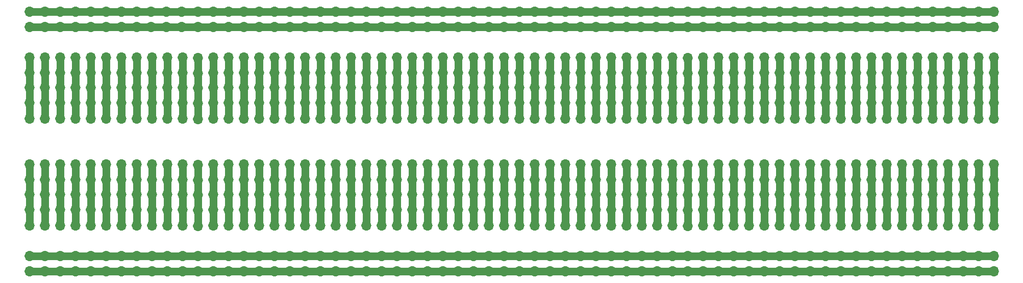
<source format=gbr>
%TF.GenerationSoftware,KiCad,Pcbnew,8.0.5*%
%TF.CreationDate,2024-10-04T12:50:49+02:00*%
%TF.ProjectId,Solderable_breadboard,536f6c64-6572-4616-926c-655f62726561,rev?*%
%TF.SameCoordinates,Original*%
%TF.FileFunction,Copper,L1,Top*%
%TF.FilePolarity,Positive*%
%FSLAX46Y46*%
G04 Gerber Fmt 4.6, Leading zero omitted, Abs format (unit mm)*
G04 Created by KiCad (PCBNEW 8.0.5) date 2024-10-04 12:50:49*
%MOMM*%
%LPD*%
G01*
G04 APERTURE LIST*
%TA.AperFunction,ComponentPad*%
%ADD10O,1.700000X1.700000*%
%TD*%
%TA.AperFunction,Conductor*%
%ADD11C,1.270000*%
%TD*%
G04 APERTURE END LIST*
D10*
%TO.P,J47,1,Pin_1*%
%TO.N,Net-(J47-Pin_1)*%
X137160000Y-58420000D03*
%TO.P,J47,2,Pin_2*%
X137160000Y-60960000D03*
%TO.P,J47,3,Pin_3*%
X137160000Y-63420000D03*
%TO.P,J47,4,Pin_4*%
X137160000Y-65960000D03*
%TO.P,J47,5,Pin_5*%
X137160000Y-68580000D03*
%TD*%
%TO.P,J45,1,Pin_1*%
%TO.N,Net-(J45-Pin_1)*%
X132080000Y-58420000D03*
%TO.P,J45,2,Pin_2*%
X132080000Y-60960000D03*
%TO.P,J45,3,Pin_3*%
X132080000Y-63420000D03*
%TO.P,J45,4,Pin_4*%
X132080000Y-65960000D03*
%TO.P,J45,5,Pin_5*%
X132080000Y-68580000D03*
%TD*%
%TO.P,J43,1,Pin_1*%
%TO.N,Net-(J43-Pin_1)*%
X127000000Y-58420000D03*
%TO.P,J43,2,Pin_2*%
X127000000Y-60960000D03*
%TO.P,J43,3,Pin_3*%
X127000000Y-63420000D03*
%TO.P,J43,4,Pin_4*%
X127000000Y-65960000D03*
%TO.P,J43,5,Pin_5*%
X127000000Y-68580000D03*
%TD*%
%TO.P,J38,1,Pin_1*%
%TO.N,/GND*%
X175260000Y-33020000D03*
%TO.P,J38,2,Pin_2*%
%TO.N,/VCC*%
X175260000Y-35560000D03*
%TD*%
%TO.P,J42,1,Pin_1*%
%TO.N,Net-(J42-Pin_1)*%
X124460000Y-58420000D03*
%TO.P,J42,2,Pin_2*%
X124460000Y-60960000D03*
%TO.P,J42,3,Pin_3*%
X124460000Y-63420000D03*
%TO.P,J42,4,Pin_4*%
X124460000Y-65960000D03*
%TO.P,J42,5,Pin_5*%
X124460000Y-68580000D03*
%TD*%
%TO.P,J39,1,Pin_1*%
%TO.N,/GND*%
X177800000Y-33020000D03*
%TO.P,J39,2,Pin_2*%
%TO.N,/VCC*%
X177800000Y-35560000D03*
%TD*%
%TO.P,J35,1,Pin_1*%
%TO.N,/GND*%
X167640000Y-33020000D03*
%TO.P,J35,2,Pin_2*%
%TO.N,/VCC*%
X167640000Y-35560000D03*
%TD*%
%TO.P,J29,1,Pin_1*%
%TO.N,/GND*%
X152400000Y-33020000D03*
%TO.P,J29,2,Pin_2*%
%TO.N,/VCC*%
X152400000Y-35560000D03*
%TD*%
%TO.P,J37,1,Pin_1*%
%TO.N,/GND*%
X172720000Y-33020000D03*
%TO.P,J37,2,Pin_2*%
%TO.N,/VCC*%
X172720000Y-35560000D03*
%TD*%
%TO.P,J34,1,Pin_1*%
%TO.N,/GND*%
X165100000Y-33020000D03*
%TO.P,J34,2,Pin_2*%
%TO.N,/VCC*%
X165100000Y-35560000D03*
%TD*%
%TO.P,J33,1,Pin_1*%
%TO.N,/GND*%
X162560000Y-33020000D03*
%TO.P,J33,2,Pin_2*%
%TO.N,/VCC*%
X162560000Y-35560000D03*
%TD*%
%TO.P,J31,1,Pin_1*%
%TO.N,/GND*%
X157480000Y-33020000D03*
%TO.P,J31,2,Pin_2*%
%TO.N,/VCC*%
X157480000Y-35560000D03*
%TD*%
%TO.P,J32,1,Pin_1*%
%TO.N,/GND*%
X160020000Y-33020000D03*
%TO.P,J32,2,Pin_2*%
%TO.N,/VCC*%
X160020000Y-35560000D03*
%TD*%
%TO.P,J40,1,Pin_1*%
%TO.N,/GND*%
X180340000Y-33020000D03*
%TO.P,J40,2,Pin_2*%
%TO.N,/VCC*%
X180340000Y-35560000D03*
%TD*%
%TO.P,J49,1,Pin_1*%
%TO.N,Net-(J49-Pin_1)*%
X142240000Y-58420000D03*
%TO.P,J49,2,Pin_2*%
X142240000Y-60960000D03*
%TO.P,J49,3,Pin_3*%
X142240000Y-63420000D03*
%TO.P,J49,4,Pin_4*%
X142240000Y-65960000D03*
%TO.P,J49,5,Pin_5*%
X142240000Y-68580000D03*
%TD*%
%TO.P,J46,1,Pin_1*%
%TO.N,Net-(J46-Pin_1)*%
X134620000Y-58420000D03*
%TO.P,J46,2,Pin_2*%
X134620000Y-60960000D03*
%TO.P,J46,3,Pin_3*%
X134620000Y-63420000D03*
%TO.P,J46,4,Pin_4*%
X134620000Y-65960000D03*
%TO.P,J46,5,Pin_5*%
X134620000Y-68580000D03*
%TD*%
%TO.P,J48,1,Pin_1*%
%TO.N,Net-(J48-Pin_1)*%
X139700000Y-58420000D03*
%TO.P,J48,2,Pin_2*%
X139700000Y-60960000D03*
%TO.P,J48,3,Pin_3*%
X139700000Y-63420000D03*
%TO.P,J48,4,Pin_4*%
X139700000Y-65960000D03*
%TO.P,J48,5,Pin_5*%
X139700000Y-68580000D03*
%TD*%
%TO.P,J36,1,Pin_1*%
%TO.N,/GND*%
X170180000Y-33020000D03*
%TO.P,J36,2,Pin_2*%
%TO.N,/VCC*%
X170180000Y-35560000D03*
%TD*%
%TO.P,J30,1,Pin_1*%
%TO.N,/GND*%
X154940000Y-33020000D03*
%TO.P,J30,2,Pin_2*%
%TO.N,/VCC*%
X154940000Y-35560000D03*
%TD*%
%TO.P,J44,1,Pin_1*%
%TO.N,Net-(J44-Pin_1)*%
X129540000Y-58420000D03*
%TO.P,J44,2,Pin_2*%
X129540000Y-60960000D03*
%TO.P,J44,3,Pin_3*%
X129540000Y-63420000D03*
%TO.P,J44,4,Pin_4*%
X129540000Y-65960000D03*
%TO.P,J44,5,Pin_5*%
X129540000Y-68580000D03*
%TD*%
%TO.P,J41,1,Pin_1*%
%TO.N,Net-(J41-Pin_1)*%
X121920000Y-58420000D03*
%TO.P,J41,2,Pin_2*%
X121920000Y-60960000D03*
%TO.P,J41,3,Pin_3*%
X121920000Y-63420000D03*
%TO.P,J41,4,Pin_4*%
X121920000Y-65960000D03*
%TO.P,J41,5,Pin_5*%
X121920000Y-68580000D03*
%TD*%
%TO.P,J27,1,Pin_1*%
%TO.N,Net-(J27-Pin_1)*%
X157480000Y-40640000D03*
%TO.P,J27,2,Pin_2*%
X157480000Y-43180000D03*
%TO.P,J27,3,Pin_3*%
X157480000Y-45640000D03*
%TO.P,J27,4,Pin_4*%
X157480000Y-48180000D03*
%TO.P,J27,5,Pin_5*%
X157480000Y-50800000D03*
%TD*%
%TO.P,J26,1,Pin_1*%
%TO.N,Net-(J26-Pin_1)*%
X154940000Y-40640000D03*
%TO.P,J26,2,Pin_2*%
X154940000Y-43180000D03*
%TO.P,J26,3,Pin_3*%
X154940000Y-45640000D03*
%TO.P,J26,4,Pin_4*%
X154940000Y-48180000D03*
%TO.P,J26,5,Pin_5*%
X154940000Y-50800000D03*
%TD*%
%TO.P,J22,1,Pin_1*%
%TO.N,Net-(J22-Pin_1)*%
X144780000Y-40640000D03*
%TO.P,J22,2,Pin_2*%
X144780000Y-43180000D03*
%TO.P,J22,3,Pin_3*%
X144780000Y-45640000D03*
%TO.P,J22,4,Pin_4*%
X144780000Y-48180000D03*
%TO.P,J22,5,Pin_5*%
X144780000Y-50800000D03*
%TD*%
%TO.P,J15,1,Pin_1*%
%TO.N,Net-(J15-Pin_1)*%
X139700000Y-40640000D03*
%TO.P,J15,2,Pin_2*%
X139700000Y-43180000D03*
%TO.P,J15,3,Pin_3*%
X139700000Y-45640000D03*
%TO.P,J15,4,Pin_4*%
X139700000Y-48180000D03*
%TO.P,J15,5,Pin_5*%
X139700000Y-50800000D03*
%TD*%
%TO.P,J16,1,Pin_1*%
%TO.N,/GND*%
X139700000Y-33020000D03*
%TO.P,J16,2,Pin_2*%
%TO.N,/VCC*%
X139700000Y-35560000D03*
%TD*%
%TO.P,J12,1,Pin_1*%
%TO.N,/GND*%
X134620000Y-33020000D03*
%TO.P,J12,2,Pin_2*%
%TO.N,/VCC*%
X134620000Y-35560000D03*
%TD*%
%TO.P,J21,1,Pin_1*%
%TO.N,Net-(J21-Pin_1)*%
X142240000Y-40640000D03*
%TO.P,J21,2,Pin_2*%
X142240000Y-43180000D03*
%TO.P,J21,3,Pin_3*%
X142240000Y-45640000D03*
%TO.P,J21,4,Pin_4*%
X142240000Y-48180000D03*
%TO.P,J21,5,Pin_5*%
X142240000Y-50800000D03*
%TD*%
%TO.P,J11,1,Pin_1*%
%TO.N,Net-(J11-Pin_1)*%
X134620000Y-40640000D03*
%TO.P,J11,2,Pin_2*%
X134620000Y-43180000D03*
%TO.P,J11,3,Pin_3*%
X134620000Y-45640000D03*
%TO.P,J11,4,Pin_4*%
X134620000Y-48180000D03*
%TO.P,J11,5,Pin_5*%
X134620000Y-50800000D03*
%TD*%
%TO.P,J14,1,Pin_1*%
%TO.N,Net-(J14-Pin_1)*%
X137160000Y-40640000D03*
%TO.P,J14,2,Pin_2*%
X137160000Y-43180000D03*
%TO.P,J14,3,Pin_3*%
X137160000Y-45640000D03*
%TO.P,J14,4,Pin_4*%
X137160000Y-48180000D03*
%TO.P,J14,5,Pin_5*%
X137160000Y-50800000D03*
%TD*%
%TO.P,J18,1,Pin_1*%
%TO.N,/GND*%
X144640000Y-33020000D03*
%TO.P,J18,2,Pin_2*%
%TO.N,/VCC*%
X144640000Y-35560000D03*
%TD*%
%TO.P,J13,1,Pin_1*%
%TO.N,/GND*%
X137160000Y-33020000D03*
%TO.P,J13,2,Pin_2*%
%TO.N,/VCC*%
X137160000Y-35560000D03*
%TD*%
%TO.P,J25,1,Pin_1*%
%TO.N,Net-(J25-Pin_1)*%
X152400000Y-40640000D03*
%TO.P,J25,2,Pin_2*%
X152400000Y-43180000D03*
%TO.P,J25,3,Pin_3*%
X152400000Y-45640000D03*
%TO.P,J25,4,Pin_4*%
X152400000Y-48180000D03*
%TO.P,J25,5,Pin_5*%
X152400000Y-50800000D03*
%TD*%
%TO.P,J17,1,Pin_1*%
%TO.N,/GND*%
X142100000Y-33020000D03*
%TO.P,J17,2,Pin_2*%
%TO.N,/VCC*%
X142100000Y-35560000D03*
%TD*%
%TO.P,J23,1,Pin_1*%
%TO.N,Net-(J23-Pin_1)*%
X147320000Y-40640000D03*
%TO.P,J23,2,Pin_2*%
X147320000Y-43180000D03*
%TO.P,J23,3,Pin_3*%
X147320000Y-45640000D03*
%TO.P,J23,4,Pin_4*%
X147320000Y-48180000D03*
%TO.P,J23,5,Pin_5*%
X147320000Y-50800000D03*
%TD*%
%TO.P,J19,1,Pin_1*%
%TO.N,/GND*%
X147180000Y-33020000D03*
%TO.P,J19,2,Pin_2*%
%TO.N,/VCC*%
X147180000Y-35560000D03*
%TD*%
%TO.P,J20,1,Pin_1*%
%TO.N,/GND*%
X149860000Y-33020000D03*
%TO.P,J20,2,Pin_2*%
%TO.N,/VCC*%
X149860000Y-35560000D03*
%TD*%
%TO.P,J24,1,Pin_1*%
%TO.N,Net-(J24-Pin_1)*%
X149860000Y-40720000D03*
%TO.P,J24,2,Pin_2*%
X149860000Y-43260000D03*
%TO.P,J24,3,Pin_3*%
X149860000Y-45720000D03*
%TO.P,J24,4,Pin_4*%
X149860000Y-48260000D03*
%TO.P,J24,5,Pin_5*%
X149860000Y-50880000D03*
%TD*%
%TO.P,J28,1,Pin_1*%
%TO.N,Net-(J28-Pin_1)*%
X160020000Y-40640000D03*
%TO.P,J28,2,Pin_2*%
X160020000Y-43180000D03*
%TO.P,J28,3,Pin_3*%
X160020000Y-45640000D03*
%TO.P,J28,4,Pin_4*%
X160020000Y-48180000D03*
%TO.P,J28,5,Pin_5*%
X160020000Y-50800000D03*
%TD*%
%TO.P,J9,1,Pin_1*%
%TO.N,/GND*%
X132080000Y-33020000D03*
%TO.P,J9,2,Pin_2*%
%TO.N,/VCC*%
X132080000Y-35560000D03*
%TD*%
%TO.P,J8,1,Pin_1*%
%TO.N,/GND*%
X129540000Y-33020000D03*
%TO.P,J8,2,Pin_2*%
%TO.N,/VCC*%
X129540000Y-35560000D03*
%TD*%
%TO.P,J6,1,Pin_1*%
%TO.N,Net-(J6-Pin_1)*%
X127000000Y-40640000D03*
%TO.P,J6,2,Pin_2*%
X127000000Y-43180000D03*
%TO.P,J6,3,Pin_3*%
X127000000Y-45640000D03*
%TO.P,J6,4,Pin_4*%
X127000000Y-48180000D03*
%TO.P,J6,5,Pin_5*%
X127000000Y-50800000D03*
%TD*%
%TO.P,J5,1,Pin_1*%
%TO.N,/GND*%
X127000000Y-33020000D03*
%TO.P,J5,2,Pin_2*%
%TO.N,/VCC*%
X127000000Y-35560000D03*
%TD*%
%TO.P,J2,1,Pin_1*%
%TO.N,Net-(J2-Pin_1)*%
X124460000Y-40640000D03*
%TO.P,J2,2,Pin_2*%
X124460000Y-43180000D03*
%TO.P,J2,3,Pin_3*%
X124460000Y-45640000D03*
%TO.P,J2,4,Pin_4*%
X124460000Y-48180000D03*
%TO.P,J2,5,Pin_5*%
X124460000Y-50800000D03*
%TD*%
%TO.P,J1,1,Pin_1*%
%TO.N,Net-(J1-Pin_1)*%
X121920000Y-40640000D03*
%TO.P,J1,2,Pin_2*%
X121920000Y-43180000D03*
%TO.P,J1,3,Pin_3*%
X121920000Y-45640000D03*
%TO.P,J1,4,Pin_4*%
X121920000Y-48180000D03*
%TO.P,J1,5,Pin_5*%
X121920000Y-50800000D03*
%TD*%
%TO.P,J7,1,Pin_1*%
%TO.N,Net-(J7-Pin_1)*%
X129540000Y-40640000D03*
%TO.P,J7,2,Pin_2*%
X129540000Y-43180000D03*
%TO.P,J7,3,Pin_3*%
X129540000Y-45640000D03*
%TO.P,J7,4,Pin_4*%
X129540000Y-48180000D03*
%TO.P,J7,5,Pin_5*%
X129540000Y-50800000D03*
%TD*%
%TO.P,J10,1,Pin_1*%
%TO.N,Net-(J10-Pin_1)*%
X132080000Y-40640000D03*
%TO.P,J10,2,Pin_2*%
X132080000Y-43180000D03*
%TO.P,J10,3,Pin_3*%
X132080000Y-45640000D03*
%TO.P,J10,4,Pin_4*%
X132080000Y-48180000D03*
%TO.P,J10,5,Pin_5*%
X132080000Y-50800000D03*
%TD*%
%TO.P,J3,1,Pin_1*%
%TO.N,/GND*%
X121920000Y-33020000D03*
%TO.P,J3,2,Pin_2*%
%TO.N,/VCC*%
X121920000Y-35560000D03*
%TD*%
%TO.P,J4,1,Pin_1*%
%TO.N,/GND*%
X124460000Y-33020000D03*
%TO.P,J4,2,Pin_2*%
%TO.N,/VCC*%
X124460000Y-35560000D03*
%TD*%
%TO.P,J126,1,Pin_1*%
%TO.N,/GND*%
X195580000Y-73660000D03*
%TO.P,J126,2,Pin_2*%
%TO.N,/VCC*%
X195580000Y-76200000D03*
%TD*%
%TO.P,J120,1,Pin_1*%
%TO.N,/GND*%
X180340000Y-73660000D03*
%TO.P,J120,2,Pin_2*%
%TO.N,/VCC*%
X180340000Y-76200000D03*
%TD*%
%TO.P,J128,1,Pin_1*%
%TO.N,/GND*%
X200660000Y-73660000D03*
%TO.P,J128,2,Pin_2*%
%TO.N,/VCC*%
X200660000Y-76200000D03*
%TD*%
%TO.P,J125,1,Pin_1*%
%TO.N,/GND*%
X193040000Y-73660000D03*
%TO.P,J125,2,Pin_2*%
%TO.N,/VCC*%
X193040000Y-76200000D03*
%TD*%
%TO.P,J124,1,Pin_1*%
%TO.N,/GND*%
X190500000Y-73660000D03*
%TO.P,J124,2,Pin_2*%
%TO.N,/VCC*%
X190500000Y-76200000D03*
%TD*%
%TO.P,J116,1,Pin_1*%
%TO.N,/GND*%
X170180000Y-73660000D03*
%TO.P,J116,2,Pin_2*%
%TO.N,/VCC*%
X170180000Y-76200000D03*
%TD*%
%TO.P,J123,1,Pin_1*%
%TO.N,/GND*%
X187960000Y-73660000D03*
%TO.P,J123,2,Pin_2*%
%TO.N,/VCC*%
X187960000Y-76200000D03*
%TD*%
%TO.P,J122,1,Pin_1*%
%TO.N,/GND*%
X185420000Y-73660000D03*
%TO.P,J122,2,Pin_2*%
%TO.N,/VCC*%
X185420000Y-76200000D03*
%TD*%
%TO.P,J121,1,Pin_1*%
%TO.N,/GND*%
X182880000Y-73660000D03*
%TO.P,J121,2,Pin_2*%
%TO.N,/VCC*%
X182880000Y-76200000D03*
%TD*%
%TO.P,J117,1,Pin_1*%
%TO.N,/GND*%
X172720000Y-73660000D03*
%TO.P,J117,2,Pin_2*%
%TO.N,/VCC*%
X172720000Y-76200000D03*
%TD*%
%TO.P,J119,1,Pin_1*%
%TO.N,/GND*%
X177800000Y-73660000D03*
%TO.P,J119,2,Pin_2*%
%TO.N,/VCC*%
X177800000Y-76200000D03*
%TD*%
%TO.P,J115,1,Pin_1*%
%TO.N,/GND*%
X167640000Y-73660000D03*
%TO.P,J115,2,Pin_2*%
%TO.N,/VCC*%
X167640000Y-76200000D03*
%TD*%
%TO.P,J114,1,Pin_1*%
%TO.N,/GND*%
X165100000Y-73660000D03*
%TO.P,J114,2,Pin_2*%
%TO.N,/VCC*%
X165100000Y-76200000D03*
%TD*%
%TO.P,J118,1,Pin_1*%
%TO.N,/GND*%
X175260000Y-73660000D03*
%TO.P,J118,2,Pin_2*%
%TO.N,/VCC*%
X175260000Y-76200000D03*
%TD*%
%TO.P,J127,1,Pin_1*%
%TO.N,/GND*%
X198120000Y-73660000D03*
%TO.P,J127,2,Pin_2*%
%TO.N,/VCC*%
X198120000Y-76200000D03*
%TD*%
%TO.P,J110,1,Pin_1*%
%TO.N,Net-(J110-Pin_1)*%
X195580000Y-58420000D03*
%TO.P,J110,2,Pin_2*%
X195580000Y-60960000D03*
%TO.P,J110,3,Pin_3*%
X195580000Y-63420000D03*
%TO.P,J110,4,Pin_4*%
X195580000Y-65960000D03*
%TO.P,J110,5,Pin_5*%
X195580000Y-68580000D03*
%TD*%
%TO.P,J106,1,Pin_1*%
%TO.N,Net-(J106-Pin_1)*%
X185420000Y-58420000D03*
%TO.P,J106,2,Pin_2*%
X185420000Y-60960000D03*
%TO.P,J106,3,Pin_3*%
X185420000Y-63420000D03*
%TO.P,J106,4,Pin_4*%
X185420000Y-65960000D03*
%TO.P,J106,5,Pin_5*%
X185420000Y-68580000D03*
%TD*%
%TO.P,J103,1,Pin_1*%
%TO.N,Net-(J103-Pin_1)*%
X177800000Y-58420000D03*
%TO.P,J103,2,Pin_2*%
X177800000Y-60960000D03*
%TO.P,J103,3,Pin_3*%
X177800000Y-63420000D03*
%TO.P,J103,4,Pin_4*%
X177800000Y-65960000D03*
%TO.P,J103,5,Pin_5*%
X177800000Y-68580000D03*
%TD*%
%TO.P,J99,1,Pin_1*%
%TO.N,Net-(J99-Pin_1)*%
X167640000Y-58420000D03*
%TO.P,J99,2,Pin_2*%
X167640000Y-60960000D03*
%TO.P,J99,3,Pin_3*%
X167640000Y-63420000D03*
%TO.P,J99,4,Pin_4*%
X167640000Y-65960000D03*
%TO.P,J99,5,Pin_5*%
X167640000Y-68580000D03*
%TD*%
%TO.P,J102,1,Pin_1*%
%TO.N,Net-(J102-Pin_1)*%
X175260000Y-58420000D03*
%TO.P,J102,2,Pin_2*%
X175260000Y-60960000D03*
%TO.P,J102,3,Pin_3*%
X175260000Y-63420000D03*
%TO.P,J102,4,Pin_4*%
X175260000Y-65960000D03*
%TO.P,J102,5,Pin_5*%
X175260000Y-68580000D03*
%TD*%
%TO.P,J113,1,Pin_1*%
%TO.N,/GND*%
X162560000Y-73660000D03*
%TO.P,J113,2,Pin_2*%
%TO.N,/VCC*%
X162560000Y-76200000D03*
%TD*%
%TO.P,J105,1,Pin_1*%
%TO.N,Net-(J105-Pin_1)*%
X182880000Y-58420000D03*
%TO.P,J105,2,Pin_2*%
X182880000Y-60960000D03*
%TO.P,J105,3,Pin_3*%
X182880000Y-63420000D03*
%TO.P,J105,4,Pin_4*%
X182880000Y-65960000D03*
%TO.P,J105,5,Pin_5*%
X182880000Y-68580000D03*
%TD*%
%TO.P,J112,1,Pin_1*%
%TO.N,Net-(J112-Pin_1)*%
X200660000Y-58420000D03*
%TO.P,J112,2,Pin_2*%
X200660000Y-60960000D03*
%TO.P,J112,3,Pin_3*%
X200660000Y-63420000D03*
%TO.P,J112,4,Pin_4*%
X200660000Y-65960000D03*
%TO.P,J112,5,Pin_5*%
X200660000Y-68580000D03*
%TD*%
%TO.P,J108,1,Pin_1*%
%TO.N,Net-(J108-Pin_1)*%
X190500000Y-58420000D03*
%TO.P,J108,2,Pin_2*%
X190500000Y-60960000D03*
%TO.P,J108,3,Pin_3*%
X190500000Y-63420000D03*
%TO.P,J108,4,Pin_4*%
X190500000Y-65960000D03*
%TO.P,J108,5,Pin_5*%
X190500000Y-68580000D03*
%TD*%
%TO.P,J104,1,Pin_1*%
%TO.N,Net-(J104-Pin_1)*%
X180340000Y-58420000D03*
%TO.P,J104,2,Pin_2*%
X180340000Y-60960000D03*
%TO.P,J104,3,Pin_3*%
X180340000Y-63420000D03*
%TO.P,J104,4,Pin_4*%
X180340000Y-65960000D03*
%TO.P,J104,5,Pin_5*%
X180340000Y-68580000D03*
%TD*%
%TO.P,J101,1,Pin_1*%
%TO.N,Net-(J101-Pin_1)*%
X172720000Y-58420000D03*
%TO.P,J101,2,Pin_2*%
X172720000Y-60960000D03*
%TO.P,J101,3,Pin_3*%
X172720000Y-63420000D03*
%TO.P,J101,4,Pin_4*%
X172720000Y-65960000D03*
%TO.P,J101,5,Pin_5*%
X172720000Y-68580000D03*
%TD*%
%TO.P,J107,1,Pin_1*%
%TO.N,Net-(J107-Pin_1)*%
X187960000Y-58420000D03*
%TO.P,J107,2,Pin_2*%
X187960000Y-60960000D03*
%TO.P,J107,3,Pin_3*%
X187960000Y-63420000D03*
%TO.P,J107,4,Pin_4*%
X187960000Y-65960000D03*
%TO.P,J107,5,Pin_5*%
X187960000Y-68580000D03*
%TD*%
%TO.P,J111,1,Pin_1*%
%TO.N,Net-(J111-Pin_1)*%
X198120000Y-58420000D03*
%TO.P,J111,2,Pin_2*%
X198120000Y-60960000D03*
%TO.P,J111,3,Pin_3*%
X198120000Y-63420000D03*
%TO.P,J111,4,Pin_4*%
X198120000Y-65960000D03*
%TO.P,J111,5,Pin_5*%
X198120000Y-68580000D03*
%TD*%
%TO.P,J100,1,Pin_1*%
%TO.N,Net-(J100-Pin_1)*%
X170180000Y-58420000D03*
%TO.P,J100,2,Pin_2*%
X170180000Y-60960000D03*
%TO.P,J100,3,Pin_3*%
X170180000Y-63420000D03*
%TO.P,J100,4,Pin_4*%
X170180000Y-65960000D03*
%TO.P,J100,5,Pin_5*%
X170180000Y-68580000D03*
%TD*%
%TO.P,J109,1,Pin_1*%
%TO.N,Net-(J109-Pin_1)*%
X193040000Y-58420000D03*
%TO.P,J109,2,Pin_2*%
X193040000Y-60960000D03*
%TO.P,J109,3,Pin_3*%
X193040000Y-63420000D03*
%TO.P,J109,4,Pin_4*%
X193040000Y-65960000D03*
%TO.P,J109,5,Pin_5*%
X193040000Y-68580000D03*
%TD*%
%TO.P,J97,1,Pin_1*%
%TO.N,Net-(J97-Pin_1)*%
X162560000Y-58420000D03*
%TO.P,J97,2,Pin_2*%
X162560000Y-60960000D03*
%TO.P,J97,3,Pin_3*%
X162560000Y-63420000D03*
%TO.P,J97,4,Pin_4*%
X162560000Y-65960000D03*
%TO.P,J97,5,Pin_5*%
X162560000Y-68580000D03*
%TD*%
%TO.P,J95,1,Pin_1*%
%TO.N,Net-(J95-Pin_1)*%
X198120000Y-40640000D03*
%TO.P,J95,2,Pin_2*%
X198120000Y-43180000D03*
%TO.P,J95,3,Pin_3*%
X198120000Y-45640000D03*
%TO.P,J95,4,Pin_4*%
X198120000Y-48180000D03*
%TO.P,J95,5,Pin_5*%
X198120000Y-50800000D03*
%TD*%
%TO.P,J93,1,Pin_1*%
%TO.N,Net-(J93-Pin_1)*%
X193040000Y-40640000D03*
%TO.P,J93,2,Pin_2*%
X193040000Y-43180000D03*
%TO.P,J93,3,Pin_3*%
X193040000Y-45640000D03*
%TO.P,J93,4,Pin_4*%
X193040000Y-48180000D03*
%TO.P,J93,5,Pin_5*%
X193040000Y-50800000D03*
%TD*%
%TO.P,J92,1,Pin_1*%
%TO.N,Net-(J92-Pin_1)*%
X190500000Y-40640000D03*
%TO.P,J92,2,Pin_2*%
X190500000Y-43180000D03*
%TO.P,J92,3,Pin_3*%
X190500000Y-45640000D03*
%TO.P,J92,4,Pin_4*%
X190500000Y-48180000D03*
%TO.P,J92,5,Pin_5*%
X190500000Y-50800000D03*
%TD*%
%TO.P,J90,1,Pin_1*%
%TO.N,Net-(J90-Pin_1)*%
X185420000Y-40640000D03*
%TO.P,J90,2,Pin_2*%
X185420000Y-43180000D03*
%TO.P,J90,3,Pin_3*%
X185420000Y-45640000D03*
%TO.P,J90,4,Pin_4*%
X185420000Y-48180000D03*
%TO.P,J90,5,Pin_5*%
X185420000Y-50800000D03*
%TD*%
%TO.P,J89,1,Pin_1*%
%TO.N,Net-(J89-Pin_1)*%
X182880000Y-40640000D03*
%TO.P,J89,2,Pin_2*%
X182880000Y-43180000D03*
%TO.P,J89,3,Pin_3*%
X182880000Y-45640000D03*
%TO.P,J89,4,Pin_4*%
X182880000Y-48180000D03*
%TO.P,J89,5,Pin_5*%
X182880000Y-50800000D03*
%TD*%
%TO.P,J88,1,Pin_1*%
%TO.N,Net-(J88-Pin_1)*%
X180340000Y-40640000D03*
%TO.P,J88,2,Pin_2*%
X180340000Y-43180000D03*
%TO.P,J88,3,Pin_3*%
X180340000Y-45640000D03*
%TO.P,J88,4,Pin_4*%
X180340000Y-48180000D03*
%TO.P,J88,5,Pin_5*%
X180340000Y-50800000D03*
%TD*%
%TO.P,J83,1,Pin_1*%
%TO.N,Net-(J83-Pin_1)*%
X167640000Y-40640000D03*
%TO.P,J83,2,Pin_2*%
X167640000Y-43180000D03*
%TO.P,J83,3,Pin_3*%
X167640000Y-45640000D03*
%TO.P,J83,4,Pin_4*%
X167640000Y-48180000D03*
%TO.P,J83,5,Pin_5*%
X167640000Y-50800000D03*
%TD*%
%TO.P,J75,1,Pin_1*%
%TO.N,/GND*%
X147320000Y-73660000D03*
%TO.P,J75,2,Pin_2*%
%TO.N,/VCC*%
X147320000Y-76200000D03*
%TD*%
%TO.P,J77,1,Pin_1*%
%TO.N,/GND*%
X152400000Y-73660000D03*
%TO.P,J77,2,Pin_2*%
%TO.N,/VCC*%
X152400000Y-76200000D03*
%TD*%
%TO.P,J79,1,Pin_1*%
%TO.N,/GND*%
X157480000Y-73660000D03*
%TO.P,J79,2,Pin_2*%
%TO.N,/VCC*%
X157480000Y-76200000D03*
%TD*%
%TO.P,J87,1,Pin_1*%
%TO.N,Net-(J87-Pin_1)*%
X177800000Y-40640000D03*
%TO.P,J87,2,Pin_2*%
X177800000Y-43180000D03*
%TO.P,J87,3,Pin_3*%
X177800000Y-45640000D03*
%TO.P,J87,4,Pin_4*%
X177800000Y-48180000D03*
%TO.P,J87,5,Pin_5*%
X177800000Y-50800000D03*
%TD*%
%TO.P,J84,1,Pin_1*%
%TO.N,Net-(J84-Pin_1)*%
X170180000Y-40640000D03*
%TO.P,J84,2,Pin_2*%
X170180000Y-43180000D03*
%TO.P,J84,3,Pin_3*%
X170180000Y-45640000D03*
%TO.P,J84,4,Pin_4*%
X170180000Y-48180000D03*
%TO.P,J84,5,Pin_5*%
X170180000Y-50800000D03*
%TD*%
%TO.P,J81,1,Pin_1*%
%TO.N,Net-(J81-Pin_1)*%
X162560000Y-40640000D03*
%TO.P,J81,2,Pin_2*%
X162560000Y-43180000D03*
%TO.P,J81,3,Pin_3*%
X162560000Y-45640000D03*
%TO.P,J81,4,Pin_4*%
X162560000Y-48180000D03*
%TO.P,J81,5,Pin_5*%
X162560000Y-50800000D03*
%TD*%
%TO.P,J80,1,Pin_1*%
%TO.N,/GND*%
X160020000Y-73660000D03*
%TO.P,J80,2,Pin_2*%
%TO.N,/VCC*%
X160020000Y-76200000D03*
%TD*%
%TO.P,J74,1,Pin_1*%
%TO.N,/GND*%
X144780000Y-73660000D03*
%TO.P,J74,2,Pin_2*%
%TO.N,/VCC*%
X144780000Y-76200000D03*
%TD*%
%TO.P,J78,1,Pin_1*%
%TO.N,/GND*%
X154940000Y-73660000D03*
%TO.P,J78,2,Pin_2*%
%TO.N,/VCC*%
X154940000Y-76200000D03*
%TD*%
%TO.P,J98,1,Pin_1*%
%TO.N,Net-(J98-Pin_1)*%
X165100000Y-58420000D03*
%TO.P,J98,2,Pin_2*%
X165100000Y-60960000D03*
%TO.P,J98,3,Pin_3*%
X165100000Y-63420000D03*
%TO.P,J98,4,Pin_4*%
X165100000Y-65960000D03*
%TO.P,J98,5,Pin_5*%
X165100000Y-68580000D03*
%TD*%
%TO.P,J96,1,Pin_1*%
%TO.N,Net-(J96-Pin_1)*%
X200660000Y-40640000D03*
%TO.P,J96,2,Pin_2*%
X200660000Y-43180000D03*
%TO.P,J96,3,Pin_3*%
X200660000Y-45640000D03*
%TO.P,J96,4,Pin_4*%
X200660000Y-48180000D03*
%TO.P,J96,5,Pin_5*%
X200660000Y-50800000D03*
%TD*%
%TO.P,J94,1,Pin_1*%
%TO.N,Net-(J94-Pin_1)*%
X195580000Y-40640000D03*
%TO.P,J94,2,Pin_2*%
X195580000Y-43180000D03*
%TO.P,J94,3,Pin_3*%
X195580000Y-45640000D03*
%TO.P,J94,4,Pin_4*%
X195580000Y-48180000D03*
%TO.P,J94,5,Pin_5*%
X195580000Y-50800000D03*
%TD*%
%TO.P,J73,1,Pin_1*%
%TO.N,/GND*%
X142240000Y-73660000D03*
%TO.P,J73,2,Pin_2*%
%TO.N,/VCC*%
X142240000Y-76200000D03*
%TD*%
%TO.P,J91,1,Pin_1*%
%TO.N,Net-(J91-Pin_1)*%
X187960000Y-40640000D03*
%TO.P,J91,2,Pin_2*%
X187960000Y-43180000D03*
%TO.P,J91,3,Pin_3*%
X187960000Y-45640000D03*
%TO.P,J91,4,Pin_4*%
X187960000Y-48180000D03*
%TO.P,J91,5,Pin_5*%
X187960000Y-50800000D03*
%TD*%
%TO.P,J76,1,Pin_1*%
%TO.N,/GND*%
X149860000Y-73660000D03*
%TO.P,J76,2,Pin_2*%
%TO.N,/VCC*%
X149860000Y-76200000D03*
%TD*%
%TO.P,J86,1,Pin_1*%
%TO.N,Net-(J86-Pin_1)*%
X175260000Y-40640000D03*
%TO.P,J86,2,Pin_2*%
X175260000Y-43180000D03*
%TO.P,J86,3,Pin_3*%
X175260000Y-45640000D03*
%TO.P,J86,4,Pin_4*%
X175260000Y-48180000D03*
%TO.P,J86,5,Pin_5*%
X175260000Y-50800000D03*
%TD*%
%TO.P,J85,1,Pin_1*%
%TO.N,Net-(J85-Pin_1)*%
X172720000Y-40640000D03*
%TO.P,J85,2,Pin_2*%
X172720000Y-43180000D03*
%TO.P,J85,3,Pin_3*%
X172720000Y-45640000D03*
%TO.P,J85,4,Pin_4*%
X172720000Y-48180000D03*
%TO.P,J85,5,Pin_5*%
X172720000Y-50800000D03*
%TD*%
%TO.P,J82,1,Pin_1*%
%TO.N,Net-(J82-Pin_1)*%
X165100000Y-40640000D03*
%TO.P,J82,2,Pin_2*%
X165100000Y-43180000D03*
%TO.P,J82,3,Pin_3*%
X165100000Y-45640000D03*
%TO.P,J82,4,Pin_4*%
X165100000Y-48180000D03*
%TO.P,J82,5,Pin_5*%
X165100000Y-50800000D03*
%TD*%
%TO.P,J71,1,Pin_1*%
%TO.N,/GND*%
X137160000Y-73660000D03*
%TO.P,J71,2,Pin_2*%
%TO.N,/VCC*%
X137160000Y-76200000D03*
%TD*%
%TO.P,J69,1,Pin_1*%
%TO.N,/GND*%
X132080000Y-73660000D03*
%TO.P,J69,2,Pin_2*%
%TO.N,/VCC*%
X132080000Y-76200000D03*
%TD*%
%TO.P,J66,1,Pin_1*%
%TO.N,/GND*%
X124460000Y-73660000D03*
%TO.P,J66,2,Pin_2*%
%TO.N,/VCC*%
X124460000Y-76200000D03*
%TD*%
%TO.P,J65,1,Pin_1*%
%TO.N,/GND*%
X121920000Y-73660000D03*
%TO.P,J65,2,Pin_2*%
%TO.N,/VCC*%
X121920000Y-76200000D03*
%TD*%
%TO.P,J63,1,Pin_1*%
%TO.N,/GND*%
X198120000Y-33020000D03*
%TO.P,J63,2,Pin_2*%
%TO.N,/VCC*%
X198120000Y-35560000D03*
%TD*%
%TO.P,J60,1,Pin_1*%
%TO.N,/GND*%
X190500000Y-33020000D03*
%TO.P,J60,2,Pin_2*%
%TO.N,/VCC*%
X190500000Y-35560000D03*
%TD*%
%TO.P,J57,1,Pin_1*%
%TO.N,/GND*%
X182880000Y-33020000D03*
%TO.P,J57,2,Pin_2*%
%TO.N,/VCC*%
X182880000Y-35560000D03*
%TD*%
%TO.P,J54,1,Pin_1*%
%TO.N,Net-(J54-Pin_1)*%
X154940000Y-58420000D03*
%TO.P,J54,2,Pin_2*%
X154940000Y-60960000D03*
%TO.P,J54,3,Pin_3*%
X154940000Y-63420000D03*
%TO.P,J54,4,Pin_4*%
X154940000Y-65960000D03*
%TO.P,J54,5,Pin_5*%
X154940000Y-68580000D03*
%TD*%
%TO.P,J50,1,Pin_1*%
%TO.N,Net-(J50-Pin_1)*%
X144780000Y-58420000D03*
%TO.P,J50,2,Pin_2*%
X144780000Y-60960000D03*
%TO.P,J50,3,Pin_3*%
X144780000Y-63420000D03*
%TO.P,J50,4,Pin_4*%
X144780000Y-65960000D03*
%TO.P,J50,5,Pin_5*%
X144780000Y-68580000D03*
%TD*%
%TO.P,J56,1,Pin_1*%
%TO.N,Net-(J56-Pin_1)*%
X160020000Y-58420000D03*
%TO.P,J56,2,Pin_2*%
X160020000Y-60960000D03*
%TO.P,J56,3,Pin_3*%
X160020000Y-63420000D03*
%TO.P,J56,4,Pin_4*%
X160020000Y-65960000D03*
%TO.P,J56,5,Pin_5*%
X160020000Y-68580000D03*
%TD*%
%TO.P,J55,1,Pin_1*%
%TO.N,Net-(J55-Pin_1)*%
X157480000Y-58420000D03*
%TO.P,J55,2,Pin_2*%
X157480000Y-60960000D03*
%TO.P,J55,3,Pin_3*%
X157480000Y-63420000D03*
%TO.P,J55,4,Pin_4*%
X157480000Y-65960000D03*
%TO.P,J55,5,Pin_5*%
X157480000Y-68580000D03*
%TD*%
%TO.P,J53,1,Pin_1*%
%TO.N,Net-(J53-Pin_1)*%
X152400000Y-58420000D03*
%TO.P,J53,2,Pin_2*%
X152400000Y-60960000D03*
%TO.P,J53,3,Pin_3*%
X152400000Y-63420000D03*
%TO.P,J53,4,Pin_4*%
X152400000Y-65960000D03*
%TO.P,J53,5,Pin_5*%
X152400000Y-68580000D03*
%TD*%
%TO.P,J52,1,Pin_1*%
%TO.N,Net-(J52-Pin_1)*%
X149860000Y-58500000D03*
%TO.P,J52,2,Pin_2*%
X149860000Y-61040000D03*
%TO.P,J52,3,Pin_3*%
X149860000Y-63500000D03*
%TO.P,J52,4,Pin_4*%
X149860000Y-66040000D03*
%TO.P,J52,5,Pin_5*%
X149860000Y-68660000D03*
%TD*%
%TO.P,J51,1,Pin_1*%
%TO.N,Net-(J51-Pin_1)*%
X147320000Y-58420000D03*
%TO.P,J51,2,Pin_2*%
X147320000Y-60960000D03*
%TO.P,J51,3,Pin_3*%
X147320000Y-63420000D03*
%TO.P,J51,4,Pin_4*%
X147320000Y-65960000D03*
%TO.P,J51,5,Pin_5*%
X147320000Y-68580000D03*
%TD*%
%TO.P,J58,1,Pin_1*%
%TO.N,/GND*%
X185420000Y-33020000D03*
%TO.P,J58,2,Pin_2*%
%TO.N,/VCC*%
X185420000Y-35560000D03*
%TD*%
%TO.P,J61,1,Pin_1*%
%TO.N,/GND*%
X193040000Y-33020000D03*
%TO.P,J61,2,Pin_2*%
%TO.N,/VCC*%
X193040000Y-35560000D03*
%TD*%
%TO.P,J67,1,Pin_1*%
%TO.N,/GND*%
X127000000Y-73660000D03*
%TO.P,J67,2,Pin_2*%
%TO.N,/VCC*%
X127000000Y-76200000D03*
%TD*%
%TO.P,J72,1,Pin_1*%
%TO.N,/GND*%
X139700000Y-73660000D03*
%TO.P,J72,2,Pin_2*%
%TO.N,/VCC*%
X139700000Y-76200000D03*
%TD*%
%TO.P,J70,1,Pin_1*%
%TO.N,/GND*%
X134620000Y-73660000D03*
%TO.P,J70,2,Pin_2*%
%TO.N,/VCC*%
X134620000Y-76200000D03*
%TD*%
%TO.P,J68,1,Pin_1*%
%TO.N,/GND*%
X129540000Y-73660000D03*
%TO.P,J68,2,Pin_2*%
%TO.N,/VCC*%
X129540000Y-76200000D03*
%TD*%
%TO.P,J59,1,Pin_1*%
%TO.N,/GND*%
X187960000Y-33020000D03*
%TO.P,J59,2,Pin_2*%
%TO.N,/VCC*%
X187960000Y-35560000D03*
%TD*%
%TO.P,J64,1,Pin_1*%
%TO.N,/GND*%
X200660000Y-33020000D03*
%TO.P,J64,2,Pin_2*%
%TO.N,/VCC*%
X200660000Y-35560000D03*
%TD*%
%TO.P,J62,1,Pin_1*%
%TO.N,/GND*%
X195580000Y-33020000D03*
%TO.P,J62,2,Pin_2*%
%TO.N,/VCC*%
X195580000Y-35560000D03*
%TD*%
%TO.P,J47,1,Pin_1*%
%TO.N,Net-(J47-Pin_1)*%
X55880000Y-58420000D03*
%TO.P,J47,2,Pin_2*%
X55880000Y-60960000D03*
%TO.P,J47,3,Pin_3*%
X55880000Y-63420000D03*
%TO.P,J47,4,Pin_4*%
X55880000Y-65960000D03*
%TO.P,J47,5,Pin_5*%
X55880000Y-68580000D03*
%TD*%
%TO.P,J45,1,Pin_1*%
%TO.N,Net-(J45-Pin_1)*%
X50800000Y-58420000D03*
%TO.P,J45,2,Pin_2*%
X50800000Y-60960000D03*
%TO.P,J45,3,Pin_3*%
X50800000Y-63420000D03*
%TO.P,J45,4,Pin_4*%
X50800000Y-65960000D03*
%TO.P,J45,5,Pin_5*%
X50800000Y-68580000D03*
%TD*%
%TO.P,J42,1,Pin_1*%
%TO.N,Net-(J42-Pin_1)*%
X43180000Y-58420000D03*
%TO.P,J42,2,Pin_2*%
X43180000Y-60960000D03*
%TO.P,J42,3,Pin_3*%
X43180000Y-63420000D03*
%TO.P,J42,4,Pin_4*%
X43180000Y-65960000D03*
%TO.P,J42,5,Pin_5*%
X43180000Y-68580000D03*
%TD*%
%TO.P,J39,1,Pin_1*%
%TO.N,/GND*%
X96520000Y-33020000D03*
%TO.P,J39,2,Pin_2*%
%TO.N,/VCC*%
X96520000Y-35560000D03*
%TD*%
%TO.P,J35,1,Pin_1*%
%TO.N,/GND*%
X86360000Y-33020000D03*
%TO.P,J35,2,Pin_2*%
%TO.N,/VCC*%
X86360000Y-35560000D03*
%TD*%
%TO.P,J29,1,Pin_1*%
%TO.N,/GND*%
X71120000Y-33020000D03*
%TO.P,J29,2,Pin_2*%
%TO.N,/VCC*%
X71120000Y-35560000D03*
%TD*%
%TO.P,J37,1,Pin_1*%
%TO.N,/GND*%
X91440000Y-33020000D03*
%TO.P,J37,2,Pin_2*%
%TO.N,/VCC*%
X91440000Y-35560000D03*
%TD*%
%TO.P,J34,1,Pin_1*%
%TO.N,/GND*%
X83820000Y-33020000D03*
%TO.P,J34,2,Pin_2*%
%TO.N,/VCC*%
X83820000Y-35560000D03*
%TD*%
%TO.P,J33,1,Pin_1*%
%TO.N,/GND*%
X81280000Y-33020000D03*
%TO.P,J33,2,Pin_2*%
%TO.N,/VCC*%
X81280000Y-35560000D03*
%TD*%
%TO.P,J31,1,Pin_1*%
%TO.N,/GND*%
X76200000Y-33020000D03*
%TO.P,J31,2,Pin_2*%
%TO.N,/VCC*%
X76200000Y-35560000D03*
%TD*%
%TO.P,J32,1,Pin_1*%
%TO.N,/GND*%
X78740000Y-33020000D03*
%TO.P,J32,2,Pin_2*%
%TO.N,/VCC*%
X78740000Y-35560000D03*
%TD*%
%TO.P,J40,1,Pin_1*%
%TO.N,/GND*%
X99060000Y-33020000D03*
%TO.P,J40,2,Pin_2*%
%TO.N,/VCC*%
X99060000Y-35560000D03*
%TD*%
%TO.P,J38,1,Pin_1*%
%TO.N,/GND*%
X93980000Y-33020000D03*
%TO.P,J38,2,Pin_2*%
%TO.N,/VCC*%
X93980000Y-35560000D03*
%TD*%
%TO.P,J49,1,Pin_1*%
%TO.N,Net-(J49-Pin_1)*%
X60960000Y-58420000D03*
%TO.P,J49,2,Pin_2*%
X60960000Y-60960000D03*
%TO.P,J49,3,Pin_3*%
X60960000Y-63420000D03*
%TO.P,J49,4,Pin_4*%
X60960000Y-65960000D03*
%TO.P,J49,5,Pin_5*%
X60960000Y-68580000D03*
%TD*%
%TO.P,J36,1,Pin_1*%
%TO.N,/GND*%
X88900000Y-33020000D03*
%TO.P,J36,2,Pin_2*%
%TO.N,/VCC*%
X88900000Y-35560000D03*
%TD*%
%TO.P,J30,1,Pin_1*%
%TO.N,/GND*%
X73660000Y-33020000D03*
%TO.P,J30,2,Pin_2*%
%TO.N,/VCC*%
X73660000Y-35560000D03*
%TD*%
%TO.P,J44,1,Pin_1*%
%TO.N,Net-(J44-Pin_1)*%
X48260000Y-58420000D03*
%TO.P,J44,2,Pin_2*%
X48260000Y-60960000D03*
%TO.P,J44,3,Pin_3*%
X48260000Y-63420000D03*
%TO.P,J44,4,Pin_4*%
X48260000Y-65960000D03*
%TO.P,J44,5,Pin_5*%
X48260000Y-68580000D03*
%TD*%
%TO.P,J41,1,Pin_1*%
%TO.N,Net-(J41-Pin_1)*%
X40640000Y-58420000D03*
%TO.P,J41,2,Pin_2*%
X40640000Y-60960000D03*
%TO.P,J41,3,Pin_3*%
X40640000Y-63420000D03*
%TO.P,J41,4,Pin_4*%
X40640000Y-65960000D03*
%TO.P,J41,5,Pin_5*%
X40640000Y-68580000D03*
%TD*%
%TO.P,J26,1,Pin_1*%
%TO.N,Net-(J26-Pin_1)*%
X73660000Y-40640000D03*
%TO.P,J26,2,Pin_2*%
X73660000Y-43180000D03*
%TO.P,J26,3,Pin_3*%
X73660000Y-45640000D03*
%TO.P,J26,4,Pin_4*%
X73660000Y-48180000D03*
%TO.P,J26,5,Pin_5*%
X73660000Y-50800000D03*
%TD*%
%TO.P,J22,1,Pin_1*%
%TO.N,Net-(J22-Pin_1)*%
X63500000Y-40640000D03*
%TO.P,J22,2,Pin_2*%
X63500000Y-43180000D03*
%TO.P,J22,3,Pin_3*%
X63500000Y-45640000D03*
%TO.P,J22,4,Pin_4*%
X63500000Y-48180000D03*
%TO.P,J22,5,Pin_5*%
X63500000Y-50800000D03*
%TD*%
%TO.P,J15,1,Pin_1*%
%TO.N,Net-(J15-Pin_1)*%
X58420000Y-40640000D03*
%TO.P,J15,2,Pin_2*%
X58420000Y-43180000D03*
%TO.P,J15,3,Pin_3*%
X58420000Y-45640000D03*
%TO.P,J15,4,Pin_4*%
X58420000Y-48180000D03*
%TO.P,J15,5,Pin_5*%
X58420000Y-50800000D03*
%TD*%
%TO.P,J16,1,Pin_1*%
%TO.N,/GND*%
X58420000Y-33020000D03*
%TO.P,J16,2,Pin_2*%
%TO.N,/VCC*%
X58420000Y-35560000D03*
%TD*%
%TO.P,J12,1,Pin_1*%
%TO.N,/GND*%
X53340000Y-33020000D03*
%TO.P,J12,2,Pin_2*%
%TO.N,/VCC*%
X53340000Y-35560000D03*
%TD*%
%TO.P,J21,1,Pin_1*%
%TO.N,Net-(J21-Pin_1)*%
X60960000Y-40640000D03*
%TO.P,J21,2,Pin_2*%
X60960000Y-43180000D03*
%TO.P,J21,3,Pin_3*%
X60960000Y-45640000D03*
%TO.P,J21,4,Pin_4*%
X60960000Y-48180000D03*
%TO.P,J21,5,Pin_5*%
X60960000Y-50800000D03*
%TD*%
%TO.P,J11,1,Pin_1*%
%TO.N,Net-(J11-Pin_1)*%
X53340000Y-40640000D03*
%TO.P,J11,2,Pin_2*%
X53340000Y-43180000D03*
%TO.P,J11,3,Pin_3*%
X53340000Y-45640000D03*
%TO.P,J11,4,Pin_4*%
X53340000Y-48180000D03*
%TO.P,J11,5,Pin_5*%
X53340000Y-50800000D03*
%TD*%
%TO.P,J14,1,Pin_1*%
%TO.N,Net-(J14-Pin_1)*%
X55880000Y-40640000D03*
%TO.P,J14,2,Pin_2*%
X55880000Y-43180000D03*
%TO.P,J14,3,Pin_3*%
X55880000Y-45640000D03*
%TO.P,J14,4,Pin_4*%
X55880000Y-48180000D03*
%TO.P,J14,5,Pin_5*%
X55880000Y-50800000D03*
%TD*%
%TO.P,J18,1,Pin_1*%
%TO.N,/GND*%
X63360000Y-33020000D03*
%TO.P,J18,2,Pin_2*%
%TO.N,/VCC*%
X63360000Y-35560000D03*
%TD*%
%TO.P,J13,1,Pin_1*%
%TO.N,/GND*%
X55880000Y-33020000D03*
%TO.P,J13,2,Pin_2*%
%TO.N,/VCC*%
X55880000Y-35560000D03*
%TD*%
%TO.P,J25,1,Pin_1*%
%TO.N,Net-(J25-Pin_1)*%
X71120000Y-40640000D03*
%TO.P,J25,2,Pin_2*%
X71120000Y-43180000D03*
%TO.P,J25,3,Pin_3*%
X71120000Y-45640000D03*
%TO.P,J25,4,Pin_4*%
X71120000Y-48180000D03*
%TO.P,J25,5,Pin_5*%
X71120000Y-50800000D03*
%TD*%
%TO.P,J17,1,Pin_1*%
%TO.N,/GND*%
X60820000Y-33020000D03*
%TO.P,J17,2,Pin_2*%
%TO.N,/VCC*%
X60820000Y-35560000D03*
%TD*%
%TO.P,J23,1,Pin_1*%
%TO.N,Net-(J23-Pin_1)*%
X66040000Y-40640000D03*
%TO.P,J23,2,Pin_2*%
X66040000Y-43180000D03*
%TO.P,J23,3,Pin_3*%
X66040000Y-45640000D03*
%TO.P,J23,4,Pin_4*%
X66040000Y-48180000D03*
%TO.P,J23,5,Pin_5*%
X66040000Y-50800000D03*
%TD*%
%TO.P,J19,1,Pin_1*%
%TO.N,/GND*%
X65900000Y-33020000D03*
%TO.P,J19,2,Pin_2*%
%TO.N,/VCC*%
X65900000Y-35560000D03*
%TD*%
%TO.P,J20,1,Pin_1*%
%TO.N,/GND*%
X68580000Y-33020000D03*
%TO.P,J20,2,Pin_2*%
%TO.N,/VCC*%
X68580000Y-35560000D03*
%TD*%
%TO.P,J24,1,Pin_1*%
%TO.N,Net-(J24-Pin_1)*%
X68580000Y-40720000D03*
%TO.P,J24,2,Pin_2*%
X68580000Y-43260000D03*
%TO.P,J24,3,Pin_3*%
X68580000Y-45720000D03*
%TO.P,J24,4,Pin_4*%
X68580000Y-48260000D03*
%TO.P,J24,5,Pin_5*%
X68580000Y-50880000D03*
%TD*%
%TO.P,J28,1,Pin_1*%
%TO.N,Net-(J28-Pin_1)*%
X78740000Y-40640000D03*
%TO.P,J28,2,Pin_2*%
X78740000Y-43180000D03*
%TO.P,J28,3,Pin_3*%
X78740000Y-45640000D03*
%TO.P,J28,4,Pin_4*%
X78740000Y-48180000D03*
%TO.P,J28,5,Pin_5*%
X78740000Y-50800000D03*
%TD*%
%TO.P,J9,1,Pin_1*%
%TO.N,/GND*%
X50800000Y-33020000D03*
%TO.P,J9,2,Pin_2*%
%TO.N,/VCC*%
X50800000Y-35560000D03*
%TD*%
%TO.P,J8,1,Pin_1*%
%TO.N,/GND*%
X48260000Y-33020000D03*
%TO.P,J8,2,Pin_2*%
%TO.N,/VCC*%
X48260000Y-35560000D03*
%TD*%
%TO.P,J6,1,Pin_1*%
%TO.N,Net-(J6-Pin_1)*%
X45720000Y-40640000D03*
%TO.P,J6,2,Pin_2*%
X45720000Y-43180000D03*
%TO.P,J6,3,Pin_3*%
X45720000Y-45640000D03*
%TO.P,J6,4,Pin_4*%
X45720000Y-48180000D03*
%TO.P,J6,5,Pin_5*%
X45720000Y-50800000D03*
%TD*%
%TO.P,J5,1,Pin_1*%
%TO.N,/GND*%
X45720000Y-33020000D03*
%TO.P,J5,2,Pin_2*%
%TO.N,/VCC*%
X45720000Y-35560000D03*
%TD*%
%TO.P,J2,1,Pin_1*%
%TO.N,Net-(J2-Pin_1)*%
X43180000Y-40640000D03*
%TO.P,J2,2,Pin_2*%
X43180000Y-43180000D03*
%TO.P,J2,3,Pin_3*%
X43180000Y-45640000D03*
%TO.P,J2,4,Pin_4*%
X43180000Y-48180000D03*
%TO.P,J2,5,Pin_5*%
X43180000Y-50800000D03*
%TD*%
%TO.P,J1,1,Pin_1*%
%TO.N,Net-(J1-Pin_1)*%
X40640000Y-40640000D03*
%TO.P,J1,2,Pin_2*%
X40640000Y-43180000D03*
%TO.P,J1,3,Pin_3*%
X40640000Y-45640000D03*
%TO.P,J1,4,Pin_4*%
X40640000Y-48180000D03*
%TO.P,J1,5,Pin_5*%
X40640000Y-50800000D03*
%TD*%
%TO.P,J7,1,Pin_1*%
%TO.N,Net-(J7-Pin_1)*%
X48260000Y-40640000D03*
%TO.P,J7,2,Pin_2*%
X48260000Y-43180000D03*
%TO.P,J7,3,Pin_3*%
X48260000Y-45640000D03*
%TO.P,J7,4,Pin_4*%
X48260000Y-48180000D03*
%TO.P,J7,5,Pin_5*%
X48260000Y-50800000D03*
%TD*%
%TO.P,J10,1,Pin_1*%
%TO.N,Net-(J10-Pin_1)*%
X50800000Y-40640000D03*
%TO.P,J10,2,Pin_2*%
X50800000Y-43180000D03*
%TO.P,J10,3,Pin_3*%
X50800000Y-45640000D03*
%TO.P,J10,4,Pin_4*%
X50800000Y-48180000D03*
%TO.P,J10,5,Pin_5*%
X50800000Y-50800000D03*
%TD*%
%TO.P,J4,1,Pin_1*%
%TO.N,/GND*%
X43180000Y-33020000D03*
%TO.P,J4,2,Pin_2*%
%TO.N,/VCC*%
X43180000Y-35560000D03*
%TD*%
%TO.P,J126,1,Pin_1*%
%TO.N,/GND*%
X114300000Y-73660000D03*
%TO.P,J126,2,Pin_2*%
%TO.N,/VCC*%
X114300000Y-76200000D03*
%TD*%
%TO.P,J128,1,Pin_1*%
%TO.N,/GND*%
X119380000Y-73660000D03*
%TO.P,J128,2,Pin_2*%
%TO.N,/VCC*%
X119380000Y-76200000D03*
%TD*%
%TO.P,J43,1,Pin_1*%
%TO.N,Net-(J43-Pin_1)*%
X45720000Y-58420000D03*
%TO.P,J43,2,Pin_2*%
X45720000Y-60960000D03*
%TO.P,J43,3,Pin_3*%
X45720000Y-63420000D03*
%TO.P,J43,4,Pin_4*%
X45720000Y-65960000D03*
%TO.P,J43,5,Pin_5*%
X45720000Y-68580000D03*
%TD*%
%TO.P,J125,1,Pin_1*%
%TO.N,/GND*%
X111760000Y-73660000D03*
%TO.P,J125,2,Pin_2*%
%TO.N,/VCC*%
X111760000Y-76200000D03*
%TD*%
%TO.P,J116,1,Pin_1*%
%TO.N,/GND*%
X88900000Y-73660000D03*
%TO.P,J116,2,Pin_2*%
%TO.N,/VCC*%
X88900000Y-76200000D03*
%TD*%
%TO.P,J123,1,Pin_1*%
%TO.N,/GND*%
X106680000Y-73660000D03*
%TO.P,J123,2,Pin_2*%
%TO.N,/VCC*%
X106680000Y-76200000D03*
%TD*%
%TO.P,J117,1,Pin_1*%
%TO.N,/GND*%
X91440000Y-73660000D03*
%TO.P,J117,2,Pin_2*%
%TO.N,/VCC*%
X91440000Y-76200000D03*
%TD*%
%TO.P,J119,1,Pin_1*%
%TO.N,/GND*%
X96520000Y-73660000D03*
%TO.P,J119,2,Pin_2*%
%TO.N,/VCC*%
X96520000Y-76200000D03*
%TD*%
%TO.P,J115,1,Pin_1*%
%TO.N,/GND*%
X86360000Y-73660000D03*
%TO.P,J115,2,Pin_2*%
%TO.N,/VCC*%
X86360000Y-76200000D03*
%TD*%
%TO.P,J114,1,Pin_1*%
%TO.N,/GND*%
X83820000Y-73660000D03*
%TO.P,J114,2,Pin_2*%
%TO.N,/VCC*%
X83820000Y-76200000D03*
%TD*%
%TO.P,J118,1,Pin_1*%
%TO.N,/GND*%
X93980000Y-73660000D03*
%TO.P,J118,2,Pin_2*%
%TO.N,/VCC*%
X93980000Y-76200000D03*
%TD*%
%TO.P,J127,1,Pin_1*%
%TO.N,/GND*%
X116840000Y-73660000D03*
%TO.P,J127,2,Pin_2*%
%TO.N,/VCC*%
X116840000Y-76200000D03*
%TD*%
%TO.P,J110,1,Pin_1*%
%TO.N,Net-(J110-Pin_1)*%
X114300000Y-58420000D03*
%TO.P,J110,2,Pin_2*%
X114300000Y-60960000D03*
%TO.P,J110,3,Pin_3*%
X114300000Y-63420000D03*
%TO.P,J110,4,Pin_4*%
X114300000Y-65960000D03*
%TO.P,J110,5,Pin_5*%
X114300000Y-68580000D03*
%TD*%
%TO.P,J103,1,Pin_1*%
%TO.N,Net-(J103-Pin_1)*%
X96520000Y-58420000D03*
%TO.P,J103,2,Pin_2*%
X96520000Y-60960000D03*
%TO.P,J103,3,Pin_3*%
X96520000Y-63420000D03*
%TO.P,J103,4,Pin_4*%
X96520000Y-65960000D03*
%TO.P,J103,5,Pin_5*%
X96520000Y-68580000D03*
%TD*%
%TO.P,J99,1,Pin_1*%
%TO.N,Net-(J99-Pin_1)*%
X86360000Y-58420000D03*
%TO.P,J99,2,Pin_2*%
X86360000Y-60960000D03*
%TO.P,J99,3,Pin_3*%
X86360000Y-63420000D03*
%TO.P,J99,4,Pin_4*%
X86360000Y-65960000D03*
%TO.P,J99,5,Pin_5*%
X86360000Y-68580000D03*
%TD*%
%TO.P,J102,1,Pin_1*%
%TO.N,Net-(J102-Pin_1)*%
X93980000Y-58420000D03*
%TO.P,J102,2,Pin_2*%
X93980000Y-60960000D03*
%TO.P,J102,3,Pin_3*%
X93980000Y-63420000D03*
%TO.P,J102,4,Pin_4*%
X93980000Y-65960000D03*
%TO.P,J102,5,Pin_5*%
X93980000Y-68580000D03*
%TD*%
%TO.P,J105,1,Pin_1*%
%TO.N,Net-(J105-Pin_1)*%
X101600000Y-58420000D03*
%TO.P,J105,2,Pin_2*%
X101600000Y-60960000D03*
%TO.P,J105,3,Pin_3*%
X101600000Y-63420000D03*
%TO.P,J105,4,Pin_4*%
X101600000Y-65960000D03*
%TO.P,J105,5,Pin_5*%
X101600000Y-68580000D03*
%TD*%
%TO.P,J101,1,Pin_1*%
%TO.N,Net-(J101-Pin_1)*%
X91440000Y-58420000D03*
%TO.P,J101,2,Pin_2*%
X91440000Y-60960000D03*
%TO.P,J101,3,Pin_3*%
X91440000Y-63420000D03*
%TO.P,J101,4,Pin_4*%
X91440000Y-65960000D03*
%TO.P,J101,5,Pin_5*%
X91440000Y-68580000D03*
%TD*%
%TO.P,J97,1,Pin_1*%
%TO.N,Net-(J97-Pin_1)*%
X81280000Y-58420000D03*
%TO.P,J97,2,Pin_2*%
X81280000Y-60960000D03*
%TO.P,J97,3,Pin_3*%
X81280000Y-63420000D03*
%TO.P,J97,4,Pin_4*%
X81280000Y-65960000D03*
%TO.P,J97,5,Pin_5*%
X81280000Y-68580000D03*
%TD*%
%TO.P,J93,1,Pin_1*%
%TO.N,Net-(J93-Pin_1)*%
X111760000Y-40640000D03*
%TO.P,J93,2,Pin_2*%
X111760000Y-43180000D03*
%TO.P,J93,3,Pin_3*%
X111760000Y-45640000D03*
%TO.P,J93,4,Pin_4*%
X111760000Y-48180000D03*
%TO.P,J93,5,Pin_5*%
X111760000Y-50800000D03*
%TD*%
%TO.P,J90,1,Pin_1*%
%TO.N,Net-(J90-Pin_1)*%
X104140000Y-40640000D03*
%TO.P,J90,2,Pin_2*%
X104140000Y-43180000D03*
%TO.P,J90,3,Pin_3*%
X104140000Y-45640000D03*
%TO.P,J90,4,Pin_4*%
X104140000Y-48180000D03*
%TO.P,J90,5,Pin_5*%
X104140000Y-50800000D03*
%TD*%
%TO.P,J89,1,Pin_1*%
%TO.N,Net-(J89-Pin_1)*%
X101600000Y-40640000D03*
%TO.P,J89,2,Pin_2*%
X101600000Y-43180000D03*
%TO.P,J89,3,Pin_3*%
X101600000Y-45640000D03*
%TO.P,J89,4,Pin_4*%
X101600000Y-48180000D03*
%TO.P,J89,5,Pin_5*%
X101600000Y-50800000D03*
%TD*%
%TO.P,J88,1,Pin_1*%
%TO.N,Net-(J88-Pin_1)*%
X99060000Y-40640000D03*
%TO.P,J88,2,Pin_2*%
X99060000Y-43180000D03*
%TO.P,J88,3,Pin_3*%
X99060000Y-45640000D03*
%TO.P,J88,4,Pin_4*%
X99060000Y-48180000D03*
%TO.P,J88,5,Pin_5*%
X99060000Y-50800000D03*
%TD*%
%TO.P,J83,1,Pin_1*%
%TO.N,Net-(J83-Pin_1)*%
X86360000Y-40640000D03*
%TO.P,J83,2,Pin_2*%
X86360000Y-43180000D03*
%TO.P,J83,3,Pin_3*%
X86360000Y-45640000D03*
%TO.P,J83,4,Pin_4*%
X86360000Y-48180000D03*
%TO.P,J83,5,Pin_5*%
X86360000Y-50800000D03*
%TD*%
%TO.P,J75,1,Pin_1*%
%TO.N,/GND*%
X66040000Y-73660000D03*
%TO.P,J75,2,Pin_2*%
%TO.N,/VCC*%
X66040000Y-76200000D03*
%TD*%
%TO.P,J79,1,Pin_1*%
%TO.N,/GND*%
X76200000Y-73660000D03*
%TO.P,J79,2,Pin_2*%
%TO.N,/VCC*%
X76200000Y-76200000D03*
%TD*%
%TO.P,J84,1,Pin_1*%
%TO.N,Net-(J84-Pin_1)*%
X88900000Y-40640000D03*
%TO.P,J84,2,Pin_2*%
X88900000Y-43180000D03*
%TO.P,J84,3,Pin_3*%
X88900000Y-45640000D03*
%TO.P,J84,4,Pin_4*%
X88900000Y-48180000D03*
%TO.P,J84,5,Pin_5*%
X88900000Y-50800000D03*
%TD*%
%TO.P,J122,1,Pin_1*%
%TO.N,/GND*%
X104140000Y-73660000D03*
%TO.P,J122,2,Pin_2*%
%TO.N,/VCC*%
X104140000Y-76200000D03*
%TD*%
%TO.P,J80,1,Pin_1*%
%TO.N,/GND*%
X78740000Y-73660000D03*
%TO.P,J80,2,Pin_2*%
%TO.N,/VCC*%
X78740000Y-76200000D03*
%TD*%
%TO.P,J74,1,Pin_1*%
%TO.N,/GND*%
X63500000Y-73660000D03*
%TO.P,J74,2,Pin_2*%
%TO.N,/VCC*%
X63500000Y-76200000D03*
%TD*%
%TO.P,J108,1,Pin_1*%
%TO.N,Net-(J108-Pin_1)*%
X109220000Y-58420000D03*
%TO.P,J108,2,Pin_2*%
X109220000Y-60960000D03*
%TO.P,J108,3,Pin_3*%
X109220000Y-63420000D03*
%TO.P,J108,4,Pin_4*%
X109220000Y-65960000D03*
%TO.P,J108,5,Pin_5*%
X109220000Y-68580000D03*
%TD*%
%TO.P,J78,1,Pin_1*%
%TO.N,/GND*%
X73660000Y-73660000D03*
%TO.P,J78,2,Pin_2*%
%TO.N,/VCC*%
X73660000Y-76200000D03*
%TD*%
%TO.P,J98,1,Pin_1*%
%TO.N,Net-(J98-Pin_1)*%
X83820000Y-58420000D03*
%TO.P,J98,2,Pin_2*%
X83820000Y-60960000D03*
%TO.P,J98,3,Pin_3*%
X83820000Y-63420000D03*
%TO.P,J98,4,Pin_4*%
X83820000Y-65960000D03*
%TO.P,J98,5,Pin_5*%
X83820000Y-68580000D03*
%TD*%
%TO.P,J48,1,Pin_1*%
%TO.N,Net-(J48-Pin_1)*%
X58420000Y-58420000D03*
%TO.P,J48,2,Pin_2*%
X58420000Y-60960000D03*
%TO.P,J48,3,Pin_3*%
X58420000Y-63420000D03*
%TO.P,J48,4,Pin_4*%
X58420000Y-65960000D03*
%TO.P,J48,5,Pin_5*%
X58420000Y-68580000D03*
%TD*%
%TO.P,J113,1,Pin_1*%
%TO.N,/GND*%
X81280000Y-73660000D03*
%TO.P,J113,2,Pin_2*%
%TO.N,/VCC*%
X81280000Y-76200000D03*
%TD*%
%TO.P,J96,1,Pin_1*%
%TO.N,Net-(J96-Pin_1)*%
X119380000Y-40640000D03*
%TO.P,J96,2,Pin_2*%
X119380000Y-43180000D03*
%TO.P,J96,3,Pin_3*%
X119380000Y-45640000D03*
%TO.P,J96,4,Pin_4*%
X119380000Y-48180000D03*
%TO.P,J96,5,Pin_5*%
X119380000Y-50800000D03*
%TD*%
%TO.P,J120,1,Pin_1*%
%TO.N,/GND*%
X99060000Y-73660000D03*
%TO.P,J120,2,Pin_2*%
%TO.N,/VCC*%
X99060000Y-76200000D03*
%TD*%
%TO.P,J94,1,Pin_1*%
%TO.N,Net-(J94-Pin_1)*%
X114300000Y-40640000D03*
%TO.P,J94,2,Pin_2*%
X114300000Y-43180000D03*
%TO.P,J94,3,Pin_3*%
X114300000Y-45640000D03*
%TO.P,J94,4,Pin_4*%
X114300000Y-48180000D03*
%TO.P,J94,5,Pin_5*%
X114300000Y-50800000D03*
%TD*%
%TO.P,J111,1,Pin_1*%
%TO.N,Net-(J111-Pin_1)*%
X116840000Y-58420000D03*
%TO.P,J111,2,Pin_2*%
X116840000Y-60960000D03*
%TO.P,J111,3,Pin_3*%
X116840000Y-63420000D03*
%TO.P,J111,4,Pin_4*%
X116840000Y-65960000D03*
%TO.P,J111,5,Pin_5*%
X116840000Y-68580000D03*
%TD*%
%TO.P,J73,1,Pin_1*%
%TO.N,/GND*%
X60960000Y-73660000D03*
%TO.P,J73,2,Pin_2*%
%TO.N,/VCC*%
X60960000Y-76200000D03*
%TD*%
%TO.P,J91,1,Pin_1*%
%TO.N,Net-(J91-Pin_1)*%
X106680000Y-40640000D03*
%TO.P,J91,2,Pin_2*%
X106680000Y-43180000D03*
%TO.P,J91,3,Pin_3*%
X106680000Y-45640000D03*
%TO.P,J91,4,Pin_4*%
X106680000Y-48180000D03*
%TO.P,J91,5,Pin_5*%
X106680000Y-50800000D03*
%TD*%
%TO.P,J124,1,Pin_1*%
%TO.N,/GND*%
X109220000Y-73660000D03*
%TO.P,J124,2,Pin_2*%
%TO.N,/VCC*%
X109220000Y-76200000D03*
%TD*%
%TO.P,J104,1,Pin_1*%
%TO.N,Net-(J104-Pin_1)*%
X99060000Y-58420000D03*
%TO.P,J104,2,Pin_2*%
X99060000Y-60960000D03*
%TO.P,J104,3,Pin_3*%
X99060000Y-63420000D03*
%TO.P,J104,4,Pin_4*%
X99060000Y-65960000D03*
%TO.P,J104,5,Pin_5*%
X99060000Y-68580000D03*
%TD*%
%TO.P,J76,1,Pin_1*%
%TO.N,/GND*%
X68580000Y-73660000D03*
%TO.P,J76,2,Pin_2*%
%TO.N,/VCC*%
X68580000Y-76200000D03*
%TD*%
%TO.P,J86,1,Pin_1*%
%TO.N,Net-(J86-Pin_1)*%
X93980000Y-40640000D03*
%TO.P,J86,2,Pin_2*%
X93980000Y-43180000D03*
%TO.P,J86,3,Pin_3*%
X93980000Y-45640000D03*
%TO.P,J86,4,Pin_4*%
X93980000Y-48180000D03*
%TO.P,J86,5,Pin_5*%
X93980000Y-50800000D03*
%TD*%
%TO.P,J95,1,Pin_1*%
%TO.N,Net-(J95-Pin_1)*%
X116840000Y-40640000D03*
%TO.P,J95,2,Pin_2*%
X116840000Y-43180000D03*
%TO.P,J95,3,Pin_3*%
X116840000Y-45640000D03*
%TO.P,J95,4,Pin_4*%
X116840000Y-48180000D03*
%TO.P,J95,5,Pin_5*%
X116840000Y-50800000D03*
%TD*%
%TO.P,J85,1,Pin_1*%
%TO.N,Net-(J85-Pin_1)*%
X91440000Y-40640000D03*
%TO.P,J85,2,Pin_2*%
X91440000Y-43180000D03*
%TO.P,J85,3,Pin_3*%
X91440000Y-45640000D03*
%TO.P,J85,4,Pin_4*%
X91440000Y-48180000D03*
%TO.P,J85,5,Pin_5*%
X91440000Y-50800000D03*
%TD*%
%TO.P,J82,1,Pin_1*%
%TO.N,Net-(J82-Pin_1)*%
X83820000Y-40640000D03*
%TO.P,J82,2,Pin_2*%
X83820000Y-43180000D03*
%TO.P,J82,3,Pin_3*%
X83820000Y-45640000D03*
%TO.P,J82,4,Pin_4*%
X83820000Y-48180000D03*
%TO.P,J82,5,Pin_5*%
X83820000Y-50800000D03*
%TD*%
%TO.P,J77,1,Pin_1*%
%TO.N,/GND*%
X71120000Y-73660000D03*
%TO.P,J77,2,Pin_2*%
%TO.N,/VCC*%
X71120000Y-76200000D03*
%TD*%
%TO.P,J3,1,Pin_1*%
%TO.N,/GND*%
X40640000Y-33020000D03*
%TO.P,J3,2,Pin_2*%
%TO.N,/VCC*%
X40640000Y-35560000D03*
%TD*%
%TO.P,J71,1,Pin_1*%
%TO.N,/GND*%
X55880000Y-73660000D03*
%TO.P,J71,2,Pin_2*%
%TO.N,/VCC*%
X55880000Y-76200000D03*
%TD*%
%TO.P,J109,1,Pin_1*%
%TO.N,Net-(J109-Pin_1)*%
X111760000Y-58420000D03*
%TO.P,J109,2,Pin_2*%
X111760000Y-60960000D03*
%TO.P,J109,3,Pin_3*%
X111760000Y-63420000D03*
%TO.P,J109,4,Pin_4*%
X111760000Y-65960000D03*
%TO.P,J109,5,Pin_5*%
X111760000Y-68580000D03*
%TD*%
%TO.P,J69,1,Pin_1*%
%TO.N,/GND*%
X50800000Y-73660000D03*
%TO.P,J69,2,Pin_2*%
%TO.N,/VCC*%
X50800000Y-76200000D03*
%TD*%
%TO.P,J66,1,Pin_1*%
%TO.N,/GND*%
X43180000Y-73660000D03*
%TO.P,J66,2,Pin_2*%
%TO.N,/VCC*%
X43180000Y-76200000D03*
%TD*%
%TO.P,J65,1,Pin_1*%
%TO.N,/GND*%
X40640000Y-73660000D03*
%TO.P,J65,2,Pin_2*%
%TO.N,/VCC*%
X40640000Y-76200000D03*
%TD*%
%TO.P,J27,1,Pin_1*%
%TO.N,Net-(J27-Pin_1)*%
X76200000Y-40640000D03*
%TO.P,J27,2,Pin_2*%
X76200000Y-43180000D03*
%TO.P,J27,3,Pin_3*%
X76200000Y-45640000D03*
%TO.P,J27,4,Pin_4*%
X76200000Y-48180000D03*
%TO.P,J27,5,Pin_5*%
X76200000Y-50800000D03*
%TD*%
%TO.P,J63,1,Pin_1*%
%TO.N,/GND*%
X116840000Y-33020000D03*
%TO.P,J63,2,Pin_2*%
%TO.N,/VCC*%
X116840000Y-35560000D03*
%TD*%
%TO.P,J92,1,Pin_1*%
%TO.N,Net-(J92-Pin_1)*%
X109220000Y-40640000D03*
%TO.P,J92,2,Pin_2*%
X109220000Y-43180000D03*
%TO.P,J92,3,Pin_3*%
X109220000Y-45640000D03*
%TO.P,J92,4,Pin_4*%
X109220000Y-48180000D03*
%TO.P,J92,5,Pin_5*%
X109220000Y-50800000D03*
%TD*%
%TO.P,J60,1,Pin_1*%
%TO.N,/GND*%
X109220000Y-33020000D03*
%TO.P,J60,2,Pin_2*%
%TO.N,/VCC*%
X109220000Y-35560000D03*
%TD*%
%TO.P,J57,1,Pin_1*%
%TO.N,/GND*%
X101600000Y-33020000D03*
%TO.P,J57,2,Pin_2*%
%TO.N,/VCC*%
X101600000Y-35560000D03*
%TD*%
%TO.P,J54,1,Pin_1*%
%TO.N,Net-(J54-Pin_1)*%
X73660000Y-58420000D03*
%TO.P,J54,2,Pin_2*%
X73660000Y-60960000D03*
%TO.P,J54,3,Pin_3*%
X73660000Y-63420000D03*
%TO.P,J54,4,Pin_4*%
X73660000Y-65960000D03*
%TO.P,J54,5,Pin_5*%
X73660000Y-68580000D03*
%TD*%
%TO.P,J112,1,Pin_1*%
%TO.N,Net-(J112-Pin_1)*%
X119380000Y-58420000D03*
%TO.P,J112,2,Pin_2*%
X119380000Y-60960000D03*
%TO.P,J112,3,Pin_3*%
X119380000Y-63420000D03*
%TO.P,J112,4,Pin_4*%
X119380000Y-65960000D03*
%TO.P,J112,5,Pin_5*%
X119380000Y-68580000D03*
%TD*%
%TO.P,J50,1,Pin_1*%
%TO.N,Net-(J50-Pin_1)*%
X63500000Y-58420000D03*
%TO.P,J50,2,Pin_2*%
X63500000Y-60960000D03*
%TO.P,J50,3,Pin_3*%
X63500000Y-63420000D03*
%TO.P,J50,4,Pin_4*%
X63500000Y-65960000D03*
%TO.P,J50,5,Pin_5*%
X63500000Y-68580000D03*
%TD*%
%TO.P,J56,1,Pin_1*%
%TO.N,Net-(J56-Pin_1)*%
X78740000Y-58420000D03*
%TO.P,J56,2,Pin_2*%
X78740000Y-60960000D03*
%TO.P,J56,3,Pin_3*%
X78740000Y-63420000D03*
%TO.P,J56,4,Pin_4*%
X78740000Y-65960000D03*
%TO.P,J56,5,Pin_5*%
X78740000Y-68580000D03*
%TD*%
%TO.P,J55,1,Pin_1*%
%TO.N,Net-(J55-Pin_1)*%
X76200000Y-58420000D03*
%TO.P,J55,2,Pin_2*%
X76200000Y-60960000D03*
%TO.P,J55,3,Pin_3*%
X76200000Y-63420000D03*
%TO.P,J55,4,Pin_4*%
X76200000Y-65960000D03*
%TO.P,J55,5,Pin_5*%
X76200000Y-68580000D03*
%TD*%
%TO.P,J53,1,Pin_1*%
%TO.N,Net-(J53-Pin_1)*%
X71120000Y-58420000D03*
%TO.P,J53,2,Pin_2*%
X71120000Y-60960000D03*
%TO.P,J53,3,Pin_3*%
X71120000Y-63420000D03*
%TO.P,J53,4,Pin_4*%
X71120000Y-65960000D03*
%TO.P,J53,5,Pin_5*%
X71120000Y-68580000D03*
%TD*%
%TO.P,J107,1,Pin_1*%
%TO.N,Net-(J107-Pin_1)*%
X106680000Y-58420000D03*
%TO.P,J107,2,Pin_2*%
X106680000Y-60960000D03*
%TO.P,J107,3,Pin_3*%
X106680000Y-63420000D03*
%TO.P,J107,4,Pin_4*%
X106680000Y-65960000D03*
%TO.P,J107,5,Pin_5*%
X106680000Y-68580000D03*
%TD*%
%TO.P,J52,1,Pin_1*%
%TO.N,Net-(J52-Pin_1)*%
X68580000Y-58500000D03*
%TO.P,J52,2,Pin_2*%
X68580000Y-61040000D03*
%TO.P,J52,3,Pin_3*%
X68580000Y-63500000D03*
%TO.P,J52,4,Pin_4*%
X68580000Y-66040000D03*
%TO.P,J52,5,Pin_5*%
X68580000Y-68660000D03*
%TD*%
%TO.P,J81,1,Pin_1*%
%TO.N,Net-(J81-Pin_1)*%
X81280000Y-40640000D03*
%TO.P,J81,2,Pin_2*%
X81280000Y-43180000D03*
%TO.P,J81,3,Pin_3*%
X81280000Y-45640000D03*
%TO.P,J81,4,Pin_4*%
X81280000Y-48180000D03*
%TO.P,J81,5,Pin_5*%
X81280000Y-50800000D03*
%TD*%
%TO.P,J106,1,Pin_1*%
%TO.N,Net-(J106-Pin_1)*%
X104140000Y-58420000D03*
%TO.P,J106,2,Pin_2*%
X104140000Y-60960000D03*
%TO.P,J106,3,Pin_3*%
X104140000Y-63420000D03*
%TO.P,J106,4,Pin_4*%
X104140000Y-65960000D03*
%TO.P,J106,5,Pin_5*%
X104140000Y-68580000D03*
%TD*%
%TO.P,J51,1,Pin_1*%
%TO.N,Net-(J51-Pin_1)*%
X66040000Y-58420000D03*
%TO.P,J51,2,Pin_2*%
X66040000Y-60960000D03*
%TO.P,J51,3,Pin_3*%
X66040000Y-63420000D03*
%TO.P,J51,4,Pin_4*%
X66040000Y-65960000D03*
%TO.P,J51,5,Pin_5*%
X66040000Y-68580000D03*
%TD*%
%TO.P,J46,1,Pin_1*%
%TO.N,Net-(J46-Pin_1)*%
X53340000Y-58420000D03*
%TO.P,J46,2,Pin_2*%
X53340000Y-60960000D03*
%TO.P,J46,3,Pin_3*%
X53340000Y-63420000D03*
%TO.P,J46,4,Pin_4*%
X53340000Y-65960000D03*
%TO.P,J46,5,Pin_5*%
X53340000Y-68580000D03*
%TD*%
%TO.P,J87,1,Pin_1*%
%TO.N,Net-(J87-Pin_1)*%
X96520000Y-40640000D03*
%TO.P,J87,2,Pin_2*%
X96520000Y-43180000D03*
%TO.P,J87,3,Pin_3*%
X96520000Y-45640000D03*
%TO.P,J87,4,Pin_4*%
X96520000Y-48180000D03*
%TO.P,J87,5,Pin_5*%
X96520000Y-50800000D03*
%TD*%
%TO.P,J58,1,Pin_1*%
%TO.N,/GND*%
X104140000Y-33020000D03*
%TO.P,J58,2,Pin_2*%
%TO.N,/VCC*%
X104140000Y-35560000D03*
%TD*%
%TO.P,J61,1,Pin_1*%
%TO.N,/GND*%
X111760000Y-33020000D03*
%TO.P,J61,2,Pin_2*%
%TO.N,/VCC*%
X111760000Y-35560000D03*
%TD*%
%TO.P,J121,1,Pin_1*%
%TO.N,/GND*%
X101600000Y-73660000D03*
%TO.P,J121,2,Pin_2*%
%TO.N,/VCC*%
X101600000Y-76200000D03*
%TD*%
%TO.P,J67,1,Pin_1*%
%TO.N,/GND*%
X45720000Y-73660000D03*
%TO.P,J67,2,Pin_2*%
%TO.N,/VCC*%
X45720000Y-76200000D03*
%TD*%
%TO.P,J72,1,Pin_1*%
%TO.N,/GND*%
X58420000Y-73660000D03*
%TO.P,J72,2,Pin_2*%
%TO.N,/VCC*%
X58420000Y-76200000D03*
%TD*%
%TO.P,J70,1,Pin_1*%
%TO.N,/GND*%
X53340000Y-73660000D03*
%TO.P,J70,2,Pin_2*%
%TO.N,/VCC*%
X53340000Y-76200000D03*
%TD*%
%TO.P,J100,1,Pin_1*%
%TO.N,Net-(J100-Pin_1)*%
X88900000Y-58420000D03*
%TO.P,J100,2,Pin_2*%
X88900000Y-60960000D03*
%TO.P,J100,3,Pin_3*%
X88900000Y-63420000D03*
%TO.P,J100,4,Pin_4*%
X88900000Y-65960000D03*
%TO.P,J100,5,Pin_5*%
X88900000Y-68580000D03*
%TD*%
%TO.P,J68,1,Pin_1*%
%TO.N,/GND*%
X48260000Y-73660000D03*
%TO.P,J68,2,Pin_2*%
%TO.N,/VCC*%
X48260000Y-76200000D03*
%TD*%
%TO.P,J59,1,Pin_1*%
%TO.N,/GND*%
X106680000Y-33020000D03*
%TO.P,J59,2,Pin_2*%
%TO.N,/VCC*%
X106680000Y-35560000D03*
%TD*%
%TO.P,J64,1,Pin_1*%
%TO.N,/GND*%
X119380000Y-33020000D03*
%TO.P,J64,2,Pin_2*%
%TO.N,/VCC*%
X119380000Y-35560000D03*
%TD*%
%TO.P,J62,1,Pin_1*%
%TO.N,/GND*%
X114300000Y-33020000D03*
%TO.P,J62,2,Pin_2*%
%TO.N,/VCC*%
X114300000Y-35560000D03*
%TD*%
D11*
%TO.N,/VCC*%
X119380000Y-76200000D02*
X121920000Y-76200000D01*
%TO.N,/GND*%
X119380000Y-73660000D02*
X121920000Y-73660000D01*
%TO.N,/VCC*%
X119380000Y-35560000D02*
X121920000Y-35560000D01*
%TO.N,/GND*%
X119380000Y-33020000D02*
X121920000Y-33020000D01*
%TO.N,Net-(J85-Pin_1)*%
X172720000Y-50800000D02*
X172720000Y-40640000D01*
%TO.N,Net-(J84-Pin_1)*%
X170180000Y-50800000D02*
X170180000Y-40640000D01*
%TO.N,Net-(J86-Pin_1)*%
X175260000Y-50800000D02*
X175260000Y-40640000D01*
%TO.N,Net-(J111-Pin_1)*%
X198120000Y-58420000D02*
X198120000Y-68580000D01*
%TO.N,Net-(J110-Pin_1)*%
X195580000Y-58420000D02*
X195580000Y-68580000D01*
%TO.N,/VCC*%
X121920000Y-76200000D02*
X200660000Y-76200000D01*
%TO.N,Net-(J112-Pin_1)*%
X200660000Y-58420000D02*
X200660000Y-68580000D01*
%TO.N,/VCC*%
X121920000Y-35560000D02*
X200660000Y-35560000D01*
%TO.N,/GND*%
X121920000Y-73660000D02*
X200660000Y-73660000D01*
X121920000Y-33020000D02*
X200660000Y-33020000D01*
%TO.N,Net-(J109-Pin_1)*%
X193040000Y-58420000D02*
X193040000Y-68580000D01*
%TO.N,Net-(J24-Pin_1)*%
X149860000Y-50880000D02*
X149860000Y-40720000D01*
%TO.N,Net-(J87-Pin_1)*%
X177800000Y-50800000D02*
X177800000Y-40640000D01*
%TO.N,Net-(J88-Pin_1)*%
X180340000Y-50800000D02*
X180340000Y-40640000D01*
%TO.N,Net-(J81-Pin_1)*%
X162560000Y-50800000D02*
X162560000Y-40640000D01*
%TO.N,Net-(J106-Pin_1)*%
X185420000Y-58420000D02*
X185420000Y-68580000D01*
%TO.N,Net-(J11-Pin_1)*%
X134620000Y-50800000D02*
X134620000Y-40640000D01*
%TO.N,Net-(J107-Pin_1)*%
X187960000Y-58420000D02*
X187960000Y-68580000D01*
%TO.N,Net-(J105-Pin_1)*%
X182880000Y-58420000D02*
X182880000Y-68580000D01*
%TO.N,Net-(J6-Pin_1)*%
X127000000Y-50800000D02*
X127000000Y-40640000D01*
%TO.N,Net-(J7-Pin_1)*%
X129540000Y-50800000D02*
X129540000Y-40640000D01*
%TO.N,Net-(J25-Pin_1)*%
X152400000Y-50800000D02*
X152400000Y-40640000D01*
%TO.N,Net-(J99-Pin_1)*%
X167640000Y-58420000D02*
X167640000Y-68580000D01*
%TO.N,Net-(J90-Pin_1)*%
X185420000Y-50800000D02*
X185420000Y-40640000D01*
%TO.N,Net-(J103-Pin_1)*%
X177800000Y-58420000D02*
X177800000Y-68580000D01*
%TO.N,Net-(J102-Pin_1)*%
X175260000Y-58420000D02*
X175260000Y-68580000D01*
%TO.N,Net-(J100-Pin_1)*%
X170180000Y-58420000D02*
X170180000Y-68580000D01*
%TO.N,Net-(J101-Pin_1)*%
X172720000Y-58420000D02*
X172720000Y-68580000D01*
%TO.N,Net-(J91-Pin_1)*%
X187960000Y-50800000D02*
X187960000Y-40640000D01*
%TO.N,Net-(J82-Pin_1)*%
X165100000Y-50800000D02*
X165100000Y-40640000D01*
%TO.N,Net-(J10-Pin_1)*%
X132080000Y-50800000D02*
X132080000Y-40640000D01*
%TO.N,Net-(J28-Pin_1)*%
X160020000Y-50800000D02*
X160020000Y-40640000D01*
%TO.N,Net-(J83-Pin_1)*%
X167640000Y-50800000D02*
X167640000Y-40640000D01*
%TO.N,Net-(J2-Pin_1)*%
X124460000Y-50800000D02*
X124460000Y-40640000D01*
%TO.N,Net-(J1-Pin_1)*%
X121920000Y-40640000D02*
X121920000Y-50800000D01*
%TO.N,Net-(J15-Pin_1)*%
X139700000Y-50800000D02*
X139700000Y-40640000D01*
%TO.N,Net-(J14-Pin_1)*%
X137160000Y-50800000D02*
X137160000Y-40640000D01*
%TO.N,Net-(J108-Pin_1)*%
X190500000Y-58420000D02*
X190500000Y-68580000D01*
%TO.N,Net-(J104-Pin_1)*%
X180340000Y-58420000D02*
X180340000Y-68580000D01*
%TO.N,Net-(J26-Pin_1)*%
X154940000Y-50800000D02*
X154940000Y-40640000D01*
%TO.N,Net-(J89-Pin_1)*%
X182880000Y-50800000D02*
X182880000Y-40640000D01*
%TO.N,Net-(J27-Pin_1)*%
X157480000Y-50800000D02*
X157480000Y-40640000D01*
%TO.N,Net-(J49-Pin_1)*%
X142240000Y-58420000D02*
X142240000Y-68580000D01*
%TO.N,Net-(J53-Pin_1)*%
X152400000Y-58420000D02*
X152400000Y-68580000D01*
%TO.N,Net-(J50-Pin_1)*%
X144780000Y-58420000D02*
X144780000Y-68580000D01*
%TO.N,Net-(J48-Pin_1)*%
X139700000Y-58420000D02*
X139700000Y-68580000D01*
%TO.N,Net-(J54-Pin_1)*%
X154940000Y-58420000D02*
X154940000Y-68580000D01*
%TO.N,Net-(J97-Pin_1)*%
X162560000Y-58420000D02*
X162560000Y-68580000D01*
%TO.N,Net-(J52-Pin_1)*%
X149860000Y-58500000D02*
X149860000Y-68660000D01*
%TO.N,Net-(J56-Pin_1)*%
X160020000Y-58420000D02*
X160020000Y-68580000D01*
%TO.N,Net-(J44-Pin_1)*%
X129540000Y-58420000D02*
X129540000Y-68580000D01*
%TO.N,Net-(J45-Pin_1)*%
X132080000Y-58420000D02*
X132080000Y-68580000D01*
%TO.N,Net-(J47-Pin_1)*%
X137160000Y-58420000D02*
X137160000Y-68580000D01*
%TO.N,Net-(J51-Pin_1)*%
X147320000Y-58420000D02*
X147320000Y-68580000D01*
%TO.N,Net-(J21-Pin_1)*%
X142240000Y-50800000D02*
X142240000Y-40640000D01*
%TO.N,Net-(J98-Pin_1)*%
X165100000Y-58420000D02*
X165100000Y-68580000D01*
%TO.N,Net-(J46-Pin_1)*%
X134620000Y-58420000D02*
X134620000Y-68580000D01*
%TO.N,Net-(J55-Pin_1)*%
X157480000Y-58420000D02*
X157480000Y-68580000D01*
%TO.N,Net-(J22-Pin_1)*%
X144780000Y-50800000D02*
X144780000Y-40640000D01*
%TO.N,Net-(J23-Pin_1)*%
X147320000Y-50800000D02*
X147320000Y-40640000D01*
%TO.N,Net-(J42-Pin_1)*%
X124460000Y-58420000D02*
X124460000Y-68580000D01*
%TO.N,Net-(J94-Pin_1)*%
X195580000Y-50800000D02*
X195580000Y-40640000D01*
%TO.N,Net-(J92-Pin_1)*%
X190500000Y-50800000D02*
X190500000Y-40640000D01*
%TO.N,Net-(J43-Pin_1)*%
X127000000Y-58420000D02*
X127000000Y-68580000D01*
%TO.N,Net-(J95-Pin_1)*%
X198120000Y-50800000D02*
X198120000Y-40640000D01*
%TO.N,Net-(J93-Pin_1)*%
X193040000Y-50800000D02*
X193040000Y-40640000D01*
%TO.N,Net-(J96-Pin_1)*%
X200660000Y-50800000D02*
X200660000Y-40640000D01*
%TO.N,Net-(J41-Pin_1)*%
X121920000Y-58420000D02*
X121920000Y-68580000D01*
%TO.N,/VCC*%
X40640000Y-76200000D02*
X119380000Y-76200000D01*
%TO.N,/GND*%
X40640000Y-73660000D02*
X119380000Y-73660000D01*
%TO.N,/VCC*%
X40640000Y-35560000D02*
X119380000Y-35560000D01*
%TO.N,/GND*%
X40640000Y-33020000D02*
X119380000Y-33020000D01*
%TO.N,Net-(J112-Pin_1)*%
X119380000Y-58420000D02*
X119380000Y-68580000D01*
%TO.N,Net-(J111-Pin_1)*%
X116840000Y-58420000D02*
X116840000Y-68580000D01*
%TO.N,Net-(J110-Pin_1)*%
X114300000Y-58420000D02*
X114300000Y-68580000D01*
%TO.N,Net-(J109-Pin_1)*%
X111760000Y-58420000D02*
X111760000Y-68580000D01*
%TO.N,Net-(J108-Pin_1)*%
X109220000Y-58420000D02*
X109220000Y-68580000D01*
%TO.N,Net-(J107-Pin_1)*%
X106680000Y-58420000D02*
X106680000Y-68580000D01*
%TO.N,Net-(J106-Pin_1)*%
X104140000Y-58420000D02*
X104140000Y-68580000D01*
%TO.N,Net-(J105-Pin_1)*%
X101600000Y-58420000D02*
X101600000Y-68580000D01*
%TO.N,Net-(J104-Pin_1)*%
X99060000Y-58420000D02*
X99060000Y-68580000D01*
%TO.N,Net-(J103-Pin_1)*%
X96520000Y-58420000D02*
X96520000Y-68580000D01*
%TO.N,Net-(J102-Pin_1)*%
X93980000Y-58420000D02*
X93980000Y-68580000D01*
%TO.N,Net-(J101-Pin_1)*%
X91440000Y-58420000D02*
X91440000Y-68580000D01*
%TO.N,Net-(J100-Pin_1)*%
X88900000Y-58420000D02*
X88900000Y-68580000D01*
%TO.N,Net-(J99-Pin_1)*%
X86360000Y-58420000D02*
X86360000Y-68580000D01*
%TO.N,Net-(J98-Pin_1)*%
X83820000Y-58420000D02*
X83820000Y-68580000D01*
%TO.N,Net-(J97-Pin_1)*%
X81280000Y-58420000D02*
X81280000Y-68580000D01*
%TO.N,Net-(J56-Pin_1)*%
X78740000Y-58420000D02*
X78740000Y-68580000D01*
%TO.N,Net-(J55-Pin_1)*%
X76200000Y-58420000D02*
X76200000Y-68580000D01*
%TO.N,Net-(J54-Pin_1)*%
X73660000Y-58420000D02*
X73660000Y-68580000D01*
%TO.N,Net-(J53-Pin_1)*%
X71120000Y-58420000D02*
X71120000Y-68580000D01*
%TO.N,Net-(J52-Pin_1)*%
X68580000Y-58500000D02*
X68580000Y-68660000D01*
%TO.N,Net-(J51-Pin_1)*%
X66040000Y-58420000D02*
X66040000Y-68580000D01*
%TO.N,Net-(J50-Pin_1)*%
X63500000Y-58420000D02*
X63500000Y-68580000D01*
%TO.N,Net-(J49-Pin_1)*%
X60960000Y-58420000D02*
X60960000Y-68580000D01*
%TO.N,Net-(J48-Pin_1)*%
X58420000Y-58420000D02*
X58420000Y-68580000D01*
%TO.N,Net-(J47-Pin_1)*%
X55880000Y-58420000D02*
X55880000Y-68580000D01*
%TO.N,Net-(J46-Pin_1)*%
X53340000Y-58420000D02*
X53340000Y-68580000D01*
%TO.N,Net-(J45-Pin_1)*%
X50800000Y-58420000D02*
X50800000Y-68580000D01*
%TO.N,Net-(J44-Pin_1)*%
X48260000Y-58420000D02*
X48260000Y-68580000D01*
%TO.N,Net-(J43-Pin_1)*%
X45720000Y-58420000D02*
X45720000Y-68580000D01*
%TO.N,Net-(J42-Pin_1)*%
X43180000Y-58420000D02*
X43180000Y-68580000D01*
%TO.N,Net-(J41-Pin_1)*%
X40640000Y-58420000D02*
X40640000Y-68580000D01*
%TO.N,Net-(J96-Pin_1)*%
X119380000Y-50800000D02*
X119380000Y-40640000D01*
%TO.N,Net-(J95-Pin_1)*%
X116840000Y-50800000D02*
X116840000Y-40640000D01*
%TO.N,Net-(J94-Pin_1)*%
X114300000Y-50800000D02*
X114300000Y-40640000D01*
%TO.N,Net-(J93-Pin_1)*%
X111760000Y-50800000D02*
X111760000Y-40640000D01*
%TO.N,Net-(J92-Pin_1)*%
X109220000Y-50800000D02*
X109220000Y-40640000D01*
%TO.N,Net-(J91-Pin_1)*%
X106680000Y-50800000D02*
X106680000Y-40640000D01*
%TO.N,Net-(J90-Pin_1)*%
X104140000Y-50800000D02*
X104140000Y-40640000D01*
%TO.N,Net-(J89-Pin_1)*%
X101600000Y-50800000D02*
X101600000Y-40640000D01*
%TO.N,Net-(J88-Pin_1)*%
X99060000Y-50800000D02*
X99060000Y-40640000D01*
%TO.N,Net-(J87-Pin_1)*%
X96520000Y-50800000D02*
X96520000Y-40640000D01*
%TO.N,Net-(J86-Pin_1)*%
X93980000Y-50800000D02*
X93980000Y-40640000D01*
%TO.N,Net-(J85-Pin_1)*%
X91440000Y-50800000D02*
X91440000Y-40640000D01*
%TO.N,Net-(J84-Pin_1)*%
X88900000Y-50800000D02*
X88900000Y-40640000D01*
%TO.N,Net-(J83-Pin_1)*%
X86360000Y-50800000D02*
X86360000Y-40640000D01*
%TO.N,Net-(J82-Pin_1)*%
X83820000Y-50800000D02*
X83820000Y-40640000D01*
%TO.N,Net-(J81-Pin_1)*%
X81280000Y-50800000D02*
X81280000Y-40640000D01*
%TO.N,Net-(J28-Pin_1)*%
X78740000Y-50800000D02*
X78740000Y-40640000D01*
%TO.N,Net-(J27-Pin_1)*%
X76200000Y-50800000D02*
X76200000Y-40640000D01*
%TO.N,Net-(J26-Pin_1)*%
X73660000Y-50800000D02*
X73660000Y-40640000D01*
%TO.N,Net-(J25-Pin_1)*%
X71120000Y-50800000D02*
X71120000Y-40640000D01*
%TO.N,Net-(J24-Pin_1)*%
X68580000Y-50880000D02*
X68580000Y-40720000D01*
%TO.N,Net-(J23-Pin_1)*%
X66040000Y-50800000D02*
X66040000Y-40640000D01*
%TO.N,Net-(J22-Pin_1)*%
X63500000Y-50800000D02*
X63500000Y-40640000D01*
%TO.N,Net-(J21-Pin_1)*%
X60960000Y-50800000D02*
X60960000Y-40640000D01*
%TO.N,Net-(J15-Pin_1)*%
X58420000Y-50800000D02*
X58420000Y-40640000D01*
%TO.N,Net-(J14-Pin_1)*%
X55880000Y-50800000D02*
X55880000Y-40640000D01*
%TO.N,Net-(J11-Pin_1)*%
X53340000Y-50800000D02*
X53340000Y-40640000D01*
%TO.N,Net-(J10-Pin_1)*%
X50800000Y-50800000D02*
X50800000Y-40640000D01*
%TO.N,Net-(J7-Pin_1)*%
X48260000Y-50800000D02*
X48260000Y-40640000D01*
%TO.N,Net-(J6-Pin_1)*%
X45720000Y-50800000D02*
X45720000Y-40640000D01*
%TO.N,Net-(J2-Pin_1)*%
X43180000Y-50800000D02*
X43180000Y-40640000D01*
%TO.N,Net-(J1-Pin_1)*%
X40640000Y-40640000D02*
X40640000Y-50800000D01*
%TD*%
M02*

</source>
